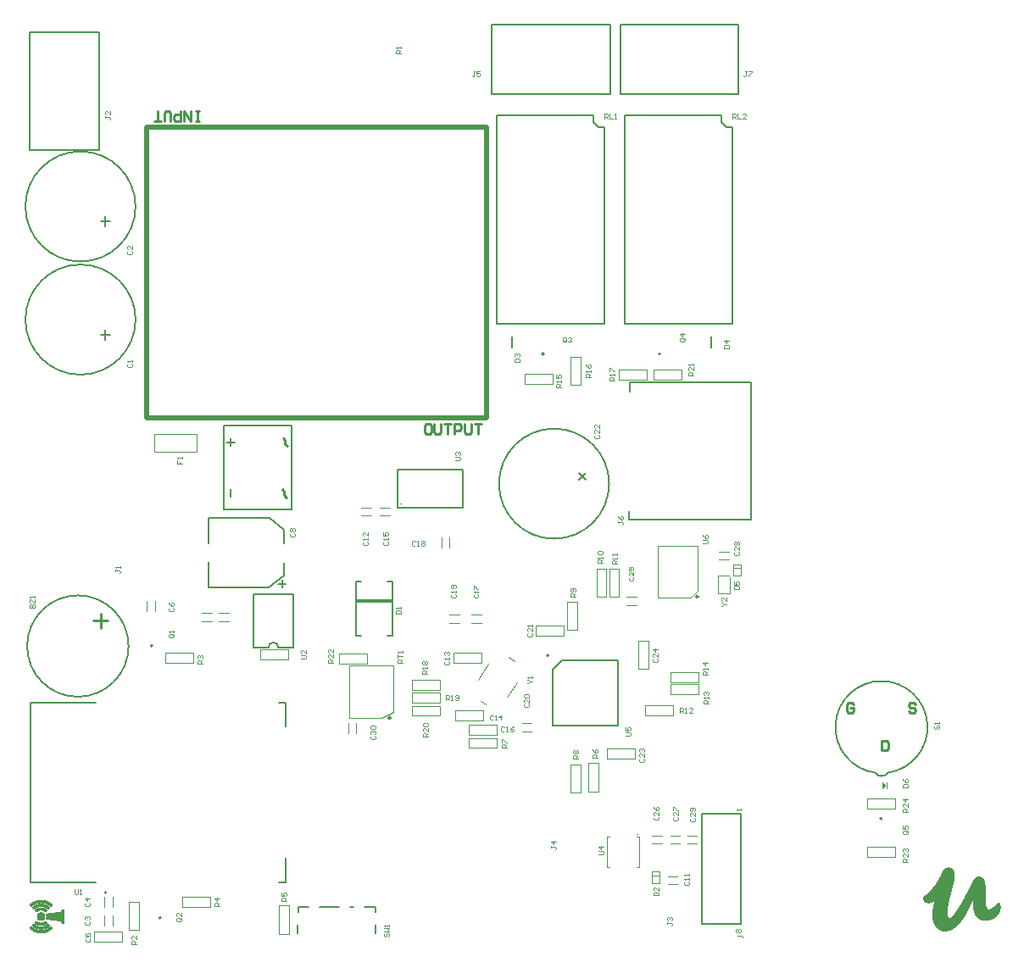
<source format=gto>
G04*
G04 #@! TF.GenerationSoftware,Altium Limited,Altium Designer,24.2.2 (26)*
G04*
G04 Layer_Color=65535*
%FSLAX25Y25*%
%MOIN*%
G70*
G04*
G04 #@! TF.SameCoordinates,F296BD43-7A1A-4B5F-AFD2-8FBC70BB071E*
G04*
G04*
G04 #@! TF.FilePolarity,Positive*
G04*
G01*
G75*
%ADD10C,0.00787*%
%ADD11C,0.00827*%
%ADD12C,0.00984*%
%ADD13C,0.00315*%
%ADD14C,0.00197*%
%ADD15C,0.00394*%
%ADD16C,0.00059*%
%ADD17C,0.00500*%
%ADD18C,0.00069*%
%ADD19C,0.01968*%
%ADD20C,0.01000*%
%ADD21R,0.00787X0.05118*%
%ADD22R,0.02717X0.00236*%
%ADD23R,0.14173X0.01181*%
G36*
X340184Y65674D02*
X338610Y64099D01*
Y67249D01*
X340184Y65674D01*
D02*
G37*
D10*
X340821Y70679D02*
G03*
X335746Y70679I-2538J17927D01*
G01*
D02*
G03*
X340819Y70693I2532J1703D01*
G01*
X231192Y184334D02*
G03*
X231192Y184334I-21654J0D01*
G01*
X207499Y116778D02*
G03*
X207499Y116778I-394J0D01*
G01*
X33509Y23553D02*
G03*
X33509Y23553I-394J0D01*
G01*
X242429Y46374D02*
G03*
X242429Y46374I-39J0D01*
G01*
X149477Y176376D02*
G03*
X149477Y176376I-240J0D01*
G01*
X101147Y119944D02*
G03*
X97210Y119944I-1969J0D01*
G01*
X42218Y120474D02*
G03*
X42218Y120474I-19940J0D01*
G01*
X44961Y293347D02*
G03*
X44961Y293347I-21654J0D01*
G01*
Y248858D02*
G03*
X44961Y248858I-21654J0D01*
G01*
X73518Y143473D02*
Y153473D01*
Y143473D02*
X97220D01*
X103321Y148368D01*
Y153198D01*
X101038Y145009D02*
X103991D01*
X102573Y143552D02*
Y146505D01*
X73518Y160875D02*
Y170875D01*
X97552D01*
X103321Y166246D01*
Y161032D02*
Y166246D01*
X219282Y188510D02*
X222066Y185726D01*
X219282Y185726D02*
X222066Y188510D01*
X187087Y247284D02*
X229213D01*
X187087D02*
Y329173D01*
X224882D01*
X229213Y247284D02*
Y324449D01*
X226850D02*
X229213D01*
X224882Y326417D02*
X226850Y324449D01*
X224882Y326417D02*
Y329173D01*
X237480Y247284D02*
X279606D01*
X237480D02*
Y329173D01*
X275276D01*
X279606Y247284D02*
Y324449D01*
X277244D02*
X279606D01*
X275276Y326417D02*
X277244Y324449D01*
X275276Y326417D02*
Y329173D01*
X209073Y89219D02*
X234664D01*
Y114809D01*
X212617D02*
X234664D01*
X209073Y111266D02*
X212617Y114809D01*
X209073Y89219D02*
Y111266D01*
X109138Y17885D02*
X113075D01*
X109138Y15917D02*
Y17885D01*
X108744Y7649D02*
Y10799D01*
X117406Y17885D02*
X124886D01*
X129217D02*
X130792D01*
X135122D02*
X139453D01*
Y15917D02*
Y17885D01*
Y7649D02*
Y10799D01*
X148017Y174998D02*
Y189958D01*
Y174998D02*
X173608D01*
Y189958D01*
X148017D02*
X173608D01*
X267799Y54568D02*
X283154D01*
X267799Y11260D02*
Y54568D01*
Y11260D02*
X283154D01*
Y54568D01*
X131752Y145894D02*
X133721D01*
X131752Y124634D02*
Y145894D01*
Y124634D02*
X133721D01*
X143957D02*
X145925D01*
Y145894D01*
X143957D02*
X145925D01*
X82362Y179173D02*
Y182323D01*
Y199055D02*
Y202205D01*
X80787Y200630D02*
X83937D01*
X79606Y174055D02*
X106378D01*
Y207126D01*
X79606D02*
X106378D01*
X79606Y174055D02*
Y207126D01*
X101147Y119944D02*
X107053D01*
X91305D02*
X97210D01*
X91305D02*
Y140810D01*
X107053Y119944D02*
Y140810D01*
X91305D02*
X107053D01*
X239055Y170118D02*
Y173661D01*
Y170118D02*
X287087D01*
Y224055D01*
X239449D02*
X287087D01*
X239449Y220512D02*
Y224055D01*
X30787Y315551D02*
Y362008D01*
X3228D02*
X30787D01*
X3228Y315551D02*
Y362008D01*
Y315551D02*
X4409D01*
X30787D01*
X33150Y285472D02*
Y289409D01*
X31181Y287441D02*
X35118D01*
X33150Y240984D02*
Y244921D01*
X31181Y242953D02*
X35118D01*
X235512Y337441D02*
Y363819D01*
Y365000D01*
X281968D01*
Y337441D02*
Y365000D01*
X235512Y337441D02*
X281968D01*
X185118D02*
Y363819D01*
Y365000D01*
X231575D01*
Y337441D02*
Y365000D01*
X185118Y337441D02*
X231575D01*
D11*
X338416Y52611D02*
G03*
X338416Y52611I-394J0D01*
G01*
X251475Y235366D02*
G03*
X251475Y235366I-394J0D01*
G01*
X205565D02*
G03*
X205565Y235366I-394J0D01*
G01*
X54950Y13647D02*
G03*
X54950Y13647I-394J0D01*
G01*
X51660Y120637D02*
G03*
X51660Y120637I-394J0D01*
G01*
D12*
X266153Y139931D02*
G03*
X266153Y139931I-394J0D01*
G01*
X145236Y92298D02*
G03*
X145236Y92298I-394J0D01*
G01*
X31268Y127480D02*
Y133228D01*
X28342Y130395D02*
X34090D01*
X69961Y327009D02*
X68649D01*
X69305D01*
Y330945D01*
X69961D01*
X68649D01*
X66681D02*
Y327009D01*
X64057Y330945D01*
Y327009D01*
X62745Y330945D02*
Y327009D01*
X60777D01*
X60122Y327665D01*
Y328977D01*
X60777Y329633D01*
X62745D01*
X58810Y327009D02*
Y330289D01*
X58154Y330945D01*
X56842D01*
X56186Y330289D01*
Y327009D01*
X54874D02*
X52250D01*
X53562D01*
Y330945D01*
X160511Y207715D02*
X159199D01*
X158543Y207059D01*
Y204435D01*
X159199Y203780D01*
X160511D01*
X161167Y204435D01*
Y207059D01*
X160511Y207715D01*
X162479D02*
Y204435D01*
X163135Y203780D01*
X164447D01*
X165103Y204435D01*
Y207715D01*
X166415D02*
X169039D01*
X167727D01*
Y203780D01*
X170351D02*
Y207715D01*
X172318D01*
X172974Y207059D01*
Y205747D01*
X172318Y205091D01*
X170351D01*
X174286Y207715D02*
Y204435D01*
X174942Y203780D01*
X176254D01*
X176910Y204435D01*
Y207715D01*
X178222D02*
X180846D01*
X179534D01*
Y203780D01*
D13*
X191165Y100343D02*
G03*
X191165Y100343I-138J0D01*
G01*
D14*
X278668Y148139D02*
G03*
X278668Y148139I-6J0D01*
G01*
X274095Y141209D02*
Y148139D01*
Y141209D02*
X278662D01*
Y147705D01*
X274095Y148139D02*
X278229D01*
X282917Y148169D02*
Y152539D01*
X280161Y148169D02*
X282917D01*
X280161D02*
Y152539D01*
X282917D01*
X250917Y27369D02*
Y31739D01*
X248161Y27369D02*
X250917D01*
X248161D02*
Y31739D01*
X250917D01*
D15*
X340184Y64493D02*
Y66855D01*
X332748Y56455D02*
X343771D01*
X332748D02*
Y60392D01*
X343771D01*
Y56455D02*
Y60392D01*
X332756Y41392D02*
X343780D01*
Y37455D02*
Y41392D01*
X332756Y37455D02*
X343780D01*
X332756D02*
Y41392D01*
X250405Y139538D02*
Y160010D01*
X266153D01*
Y142294D02*
Y160010D01*
X263397Y139538D02*
X266153Y142294D01*
X250405Y139538D02*
X263397D01*
X254210Y29949D02*
X258147D01*
X254210Y26799D02*
X258147D01*
X196860Y86899D02*
X200797D01*
X196860Y90049D02*
X200797D01*
X179586Y107303D02*
X183660Y113577D01*
X191656Y116130D02*
X193967Y114629D01*
X180506Y98960D02*
X182817Y97460D01*
X191456Y101003D02*
X194887Y106286D01*
X124967Y113706D02*
Y117642D01*
Y113706D02*
X135991D01*
Y117642D01*
X124967D02*
X135991D01*
X153727Y103284D02*
Y107221D01*
Y103284D02*
X164751D01*
Y107221D01*
X153727D02*
X164751D01*
X175967Y80405D02*
Y84342D01*
Y80405D02*
X186991D01*
Y84342D01*
X175967D02*
X186991D01*
X176017Y85606D02*
Y89543D01*
Y85606D02*
X187041D01*
Y89543D01*
X176017D02*
X187041D01*
X153727Y98166D02*
Y102102D01*
Y98166D02*
X164751D01*
Y102102D01*
X153727D02*
X164751D01*
X153727Y93047D02*
Y96984D01*
Y93047D02*
X164751D01*
Y96984D01*
X153727D02*
X164751D01*
X170567Y91106D02*
Y95043D01*
Y91106D02*
X181591Y91106D01*
Y95043D01*
X170567Y95043D02*
X181591Y95043D01*
X170117Y114005D02*
Y117943D01*
Y114005D02*
X181141Y114005D01*
Y117943D01*
X170117Y117943D02*
X181141Y117943D01*
X168310Y129599D02*
X172247D01*
X168310Y132749D02*
X172247D01*
X202467Y128443D02*
X213491D01*
Y124505D02*
Y128443D01*
X202467Y124505D02*
X213491D01*
X202467D02*
Y128443D01*
X214610Y137886D02*
X218547D01*
X214610Y126862D02*
Y137886D01*
Y126862D02*
X218547D01*
Y137886D01*
X237910Y139849D02*
X241847D01*
X237910Y136699D02*
X241847D01*
X230147Y139762D02*
Y150786D01*
X226210Y139762D02*
X230147D01*
X226210D02*
Y150786D01*
X230147D01*
X231210D02*
X235147D01*
X231210Y139762D02*
Y150786D01*
Y139762D02*
X235147D01*
Y150786D01*
X242114Y45390D02*
X243020D01*
Y33619D02*
Y45390D01*
X242114Y33619D02*
X243020D01*
X230461Y45430D02*
X231445D01*
X230461Y33658D02*
Y45430D01*
Y33658D02*
X231445D01*
X274410Y154439D02*
X278347D01*
X274410Y157589D02*
X278347D01*
X246547Y111512D02*
Y122536D01*
X242610Y111512D02*
X246547D01*
X242610D02*
Y122536D01*
X246547D01*
X255267Y101622D02*
Y105559D01*
Y101622D02*
X266290D01*
Y105559D01*
X255267D02*
X266290D01*
X255267Y106346D02*
Y110284D01*
Y106346D02*
X266290D01*
Y110284D01*
X255267D02*
X266290D01*
X245217Y93205D02*
Y97142D01*
Y93205D02*
X256241D01*
Y97142D01*
X245217D02*
X256241D01*
X241390Y76306D02*
Y80243D01*
X230367D02*
X241390D01*
X230367Y76306D02*
Y80243D01*
Y76306D02*
X241390D01*
X223110Y74386D02*
X227047D01*
X223110Y63362D02*
Y74386D01*
Y63362D02*
X227047D01*
Y74386D01*
X216110Y73886D02*
X220047D01*
X216110Y62862D02*
Y73886D01*
Y62862D02*
X220047D01*
Y73886D01*
X261888Y45891D02*
X265825D01*
X261888Y42742D02*
X265825D01*
X255195Y45891D02*
X259132D01*
X255195Y42742D02*
X259132D01*
X248108Y45891D02*
X252045D01*
X248108Y42742D02*
X252045D01*
X105347Y7362D02*
Y18386D01*
X101410Y7362D02*
X105347D01*
X101410D02*
Y18386D01*
X105347D01*
X141693Y92298D02*
X146417Y94660D01*
X129095Y92298D02*
X141693D01*
X146417Y94660D02*
Y112770D01*
X129095D02*
X146417D01*
X129095Y92298D02*
Y112770D01*
X131694Y86106D02*
Y90043D01*
X128544Y86106D02*
Y90043D01*
X235078Y225336D02*
Y229273D01*
Y225336D02*
X246102D01*
Y229273D01*
X235078D02*
X246102D01*
X248567Y225306D02*
Y229242D01*
Y225306D02*
X259591D01*
Y229242D01*
X248567D02*
X259591D01*
X28807Y8202D02*
X39830D01*
Y4265D02*
Y8202D01*
X28807Y4265D02*
X39830D01*
X28807D02*
Y8202D01*
X35913Y10635D02*
Y14572D01*
X32764Y10635D02*
Y14572D01*
X35913Y17935D02*
Y21872D01*
X32764Y17935D02*
Y21872D01*
X94067Y115206D02*
X105091D01*
X94067D02*
Y119142D01*
X105091D01*
Y115206D02*
Y119142D01*
X71117Y133389D02*
X75054D01*
X71117Y130239D02*
X75054D01*
X77810Y133389D02*
X81747D01*
X77810Y130239D02*
X81747D01*
X67590Y113906D02*
Y117842D01*
X56567D02*
X67590D01*
X56567Y113906D02*
Y117842D01*
Y113906D02*
X67590D01*
X74291Y17986D02*
Y21923D01*
X63267D02*
X74291D01*
X63267Y17986D02*
Y21923D01*
Y17986D02*
X74291D01*
X216140Y223302D02*
Y234326D01*
X220077D01*
Y223302D02*
Y234326D01*
X216140Y223302D02*
X220077D01*
X198067Y223605D02*
Y227542D01*
Y223605D02*
X209090D01*
Y227542D01*
X198067D02*
X209090D01*
X141128Y174949D02*
X145065D01*
X141128Y171799D02*
X145065D01*
X133710Y174949D02*
X137647D01*
X133710Y171799D02*
X137647D01*
X168394Y159166D02*
Y163102D01*
X165244Y159166D02*
Y163102D01*
X177141Y129599D02*
X181078D01*
X177141Y132749D02*
X181078D01*
X68846Y196831D02*
Y203917D01*
X52311D02*
X68846D01*
X52311Y196831D02*
Y203917D01*
Y196831D02*
X68846D01*
X42400Y8722D02*
Y19746D01*
X46337D01*
Y8722D02*
Y19746D01*
X42400Y8722D02*
X46337D01*
X49404Y134106D02*
Y138042D01*
X52553Y134106D02*
Y138042D01*
X359254Y89324D02*
X358926Y88996D01*
Y88340D01*
X359254Y88012D01*
X359581D01*
X359909Y88340D01*
Y88996D01*
X360237Y89324D01*
X360565D01*
X360893Y88996D01*
Y88340D01*
X360565Y88012D01*
X360893Y89980D02*
Y90636D01*
Y90308D01*
X358926D01*
X359254Y89980D01*
X346726Y64984D02*
X348693D01*
Y65968D01*
X348365Y66296D01*
X347054D01*
X346726Y65968D01*
Y64984D01*
Y68264D02*
X347054Y67608D01*
X347709Y66952D01*
X348365D01*
X348693Y67280D01*
Y67936D01*
X348365Y68264D01*
X348037D01*
X347709Y67936D01*
Y66952D01*
X348693Y55150D02*
X346726D01*
Y56134D01*
X347054Y56462D01*
X347709D01*
X348037Y56134D01*
Y55150D01*
Y55806D02*
X348693Y56462D01*
Y58430D02*
Y57118D01*
X347381Y58430D01*
X347054D01*
X346726Y58102D01*
Y57446D01*
X347054Y57118D01*
X348693Y60070D02*
X346726D01*
X347709Y59086D01*
Y60398D01*
X348365Y47846D02*
X347054D01*
X346726Y47518D01*
Y46862D01*
X347054Y46534D01*
X348365D01*
X348693Y46862D01*
Y47518D01*
X348037Y47190D02*
X348693Y47846D01*
Y47518D02*
X348365Y47846D01*
X346726Y49814D02*
Y48502D01*
X347709D01*
X347381Y49158D01*
Y49486D01*
X347709Y49814D01*
X348365D01*
X348693Y49486D01*
Y48830D01*
X348365Y48502D01*
X348693Y35500D02*
X346726D01*
Y36484D01*
X347054Y36812D01*
X347709D01*
X348037Y36484D01*
Y35500D01*
Y36156D02*
X348693Y36812D01*
Y38780D02*
Y37468D01*
X347381Y38780D01*
X347054D01*
X346726Y38452D01*
Y37796D01*
X347054Y37468D01*
Y39436D02*
X346726Y39764D01*
Y40420D01*
X347054Y40748D01*
X347381D01*
X347709Y40420D01*
Y40092D01*
Y40420D01*
X348037Y40748D01*
X348365D01*
X348693Y40420D01*
Y39764D01*
X348365Y39436D01*
X283154Y55749D02*
Y56405D01*
Y56077D01*
X281186D01*
X281514Y55749D01*
X253894Y11751D02*
Y11095D01*
Y11423D01*
X255534D01*
X255862Y11095D01*
Y10767D01*
X255534Y10439D01*
X254222Y12407D02*
X253894Y12734D01*
Y13390D01*
X254222Y13719D01*
X254550D01*
X254878Y13390D01*
Y13062D01*
Y13390D01*
X255206Y13719D01*
X255534D01*
X255862Y13390D01*
Y12734D01*
X255534Y12407D01*
X283691Y5984D02*
Y6312D01*
X283363Y6640D01*
X281723D01*
X281395Y7952D02*
X281067Y8280D01*
Y8936D01*
X281395Y9264D01*
X281723D01*
X282051Y8936D01*
X282379Y9264D01*
X282707D01*
X283035Y8936D01*
Y8280D01*
X282707Y7952D01*
X282379D01*
X282051Y8280D01*
X281723Y7952D01*
X281395D01*
X282051Y8280D02*
Y8936D01*
X25373Y19596D02*
X25045Y19268D01*
Y18612D01*
X25373Y18284D01*
X26685D01*
X27013Y18612D01*
Y19268D01*
X26685Y19596D01*
X27013Y21236D02*
X25045D01*
X26029Y20252D01*
Y21564D01*
X25523Y5646D02*
X25195Y5318D01*
Y4662D01*
X25523Y4334D01*
X26835D01*
X27163Y4662D01*
Y5318D01*
X26835Y5646D01*
X25195Y7614D02*
Y6302D01*
X26179D01*
X25851Y6958D01*
Y7286D01*
X26179Y7614D01*
X26835D01*
X27163Y7286D01*
Y6630D01*
X26835Y6302D01*
X25473Y12196D02*
X25145Y11868D01*
Y11212D01*
X25473Y10884D01*
X26785D01*
X27113Y11212D01*
Y11868D01*
X26785Y12196D01*
X25473Y12852D02*
X25145Y13180D01*
Y13836D01*
X25473Y14164D01*
X25801D01*
X26129Y13836D01*
Y13508D01*
Y13836D01*
X26457Y14164D01*
X26785D01*
X27113Y13836D01*
Y13180D01*
X26785Y12852D01*
X198945Y105812D02*
X199273D01*
X199929Y106468D01*
X199273Y107124D01*
X198945D01*
X199929Y106468D02*
X200913D01*
Y107780D02*
Y108436D01*
Y108108D01*
X198945D01*
X199273Y107780D01*
X275295Y136284D02*
X275623D01*
X276279Y136940D01*
X275623Y137596D01*
X275295D01*
X276279Y136940D02*
X277263D01*
Y139564D02*
Y138252D01*
X275951Y139564D01*
X275623D01*
X275295Y139236D01*
Y138580D01*
X275623Y138252D01*
X20893Y24803D02*
Y23163D01*
X21221Y22835D01*
X21877D01*
X22205Y23163D01*
Y24803D01*
X22861Y22835D02*
X23517D01*
X23189D01*
Y24803D01*
X22861Y24475D01*
X237695Y85234D02*
X239335D01*
X239663Y85562D01*
Y86218D01*
X239335Y86546D01*
X237695D01*
Y88514D02*
Y87202D01*
X238679D01*
X238351Y87858D01*
Y88186D01*
X238679Y88514D01*
X239335D01*
X239663Y88186D01*
Y87530D01*
X239335Y87202D01*
X267945Y160984D02*
X269585D01*
X269913Y161312D01*
Y161968D01*
X269585Y162296D01*
X267945D01*
Y164264D02*
X268273Y163608D01*
X268929Y162952D01*
X269585D01*
X269913Y163280D01*
Y163936D01*
X269585Y164264D01*
X269257D01*
X268929Y163936D01*
Y162952D01*
X227095Y38434D02*
X228735D01*
X229063Y38762D01*
Y39418D01*
X228735Y39746D01*
X227095D01*
X229063Y41386D02*
X227095D01*
X228079Y40402D01*
Y41714D01*
X170795Y193584D02*
X172435D01*
X172763Y193912D01*
Y194568D01*
X172435Y194896D01*
X170795D01*
X171123Y195552D02*
X170795Y195880D01*
Y196536D01*
X171123Y196864D01*
X171451D01*
X171779Y196536D01*
Y196208D01*
Y196536D01*
X172107Y196864D01*
X172435D01*
X172763Y196536D01*
Y195880D01*
X172435Y195552D01*
X110006Y115534D02*
X111646D01*
X111974Y115862D01*
Y116518D01*
X111646Y116846D01*
X110006D01*
X111974Y118814D02*
Y117502D01*
X110662Y118814D01*
X110334D01*
X110006Y118486D01*
Y117830D01*
X110334Y117502D01*
X143123Y7590D02*
X142795Y7262D01*
Y6606D01*
X143123Y6278D01*
X143451D01*
X143779Y6606D01*
Y7262D01*
X144107Y7590D01*
X144435D01*
X144763Y7262D01*
Y6606D01*
X144435Y6278D01*
X142795Y8246D02*
X144763D01*
X144107Y8902D01*
X144763Y9558D01*
X142795D01*
X144763Y10214D02*
Y10870D01*
Y10542D01*
X142795D01*
X143123Y10214D01*
X150013Y113878D02*
X148045D01*
Y114862D01*
X148373Y115190D01*
X149029D01*
X149357Y114862D01*
Y113878D01*
Y114534D02*
X150013Y115190D01*
X148045Y115846D02*
Y117158D01*
Y116502D01*
X150013D01*
Y117814D02*
Y118470D01*
Y118142D01*
X148045D01*
X148373Y117814D01*
X279605Y327990D02*
Y329958D01*
X280589D01*
X280917Y329630D01*
Y328974D01*
X280589Y328646D01*
X279605D01*
X280261D02*
X280917Y327990D01*
X281573Y329958D02*
Y327990D01*
X282885D01*
X284853D02*
X283541D01*
X284853Y329302D01*
Y329630D01*
X284525Y329958D01*
X283869D01*
X283541Y329630D01*
X229283Y327990D02*
Y329958D01*
X230267D01*
X230595Y329630D01*
Y328974D01*
X230267Y328646D01*
X229283D01*
X229939D02*
X230595Y327990D01*
X231251Y329958D02*
Y327990D01*
X232563D01*
X233219D02*
X233875D01*
X233547D01*
Y329958D01*
X233219Y329630D01*
X77913Y18234D02*
X75945D01*
Y19218D01*
X76273Y19546D01*
X76929D01*
X77257Y19218D01*
Y18234D01*
Y18890D02*
X77913Y19546D01*
Y21186D02*
X75945D01*
X76929Y20202D01*
Y21514D01*
X45263Y3134D02*
X43295D01*
Y4118D01*
X43623Y4446D01*
X44279D01*
X44607Y4118D01*
Y3134D01*
Y3790D02*
X45263Y4446D01*
Y6414D02*
Y5102D01*
X43951Y6414D01*
X43623D01*
X43295Y6086D01*
Y5430D01*
X43623Y5102D01*
X71213Y113684D02*
X69245D01*
Y114668D01*
X69573Y114996D01*
X70229D01*
X70557Y114668D01*
Y113684D01*
Y114340D02*
X71213Y114996D01*
X69573Y115652D02*
X69245Y115980D01*
Y116636D01*
X69573Y116964D01*
X69901D01*
X70229Y116636D01*
Y116308D01*
Y116636D01*
X70557Y116964D01*
X70885D01*
X71213Y116636D01*
Y115980D01*
X70885Y115652D01*
X166969Y99290D02*
Y101258D01*
X167953D01*
X168281Y100930D01*
Y100274D01*
X167953Y99946D01*
X166969D01*
X167625D02*
X168281Y99290D01*
X168937D02*
X169593D01*
X169265D01*
Y101258D01*
X168937Y100930D01*
X170577Y99618D02*
X170905Y99290D01*
X171561D01*
X171889Y99618D01*
Y100930D01*
X171561Y101258D01*
X170905D01*
X170577Y100930D01*
Y100602D01*
X170905Y100274D01*
X171889D01*
X159763Y109664D02*
X157795D01*
Y110648D01*
X158123Y110976D01*
X158779D01*
X159107Y110648D01*
Y109664D01*
Y110320D02*
X159763Y110976D01*
Y111632D02*
Y112288D01*
Y111960D01*
X157795D01*
X158123Y111632D01*
Y113272D02*
X157795Y113600D01*
Y114256D01*
X158123Y114584D01*
X158451D01*
X158779Y114256D01*
X159107Y114584D01*
X159435D01*
X159763Y114256D01*
Y113600D01*
X159435Y113272D01*
X159107D01*
X158779Y113600D01*
X158451Y113272D01*
X158123D01*
X158779Y113600D02*
Y114256D01*
X122613Y113850D02*
X120645D01*
Y114834D01*
X120973Y115162D01*
X121629D01*
X121957Y114834D01*
Y113850D01*
Y114506D02*
X122613Y115162D01*
Y117130D02*
Y115818D01*
X121301Y117130D01*
X120973D01*
X120645Y116802D01*
Y116146D01*
X120973Y115818D01*
X122613Y119098D02*
Y117786D01*
X121301Y119098D01*
X120973D01*
X120645Y118770D01*
Y118114D01*
X120973Y117786D01*
X159963Y84800D02*
X157995D01*
Y85784D01*
X158323Y86112D01*
X158979D01*
X159307Y85784D01*
Y84800D01*
Y85456D02*
X159963Y86112D01*
Y88080D02*
Y86768D01*
X158651Y88080D01*
X158323D01*
X157995Y87752D01*
Y87096D01*
X158323Y86768D01*
Y88736D02*
X157995Y89064D01*
Y89720D01*
X158323Y90048D01*
X159635D01*
X159963Y89720D01*
Y89064D01*
X159635Y88736D01*
X158323D01*
X259119Y94090D02*
Y96058D01*
X260103D01*
X260431Y95730D01*
Y95074D01*
X260103Y94746D01*
X259119D01*
X259775D02*
X260431Y94090D01*
X261087D02*
X261743D01*
X261415D01*
Y96058D01*
X261087Y95730D01*
X264039Y94090D02*
X262727D01*
X264039Y95402D01*
Y95730D01*
X263711Y96058D01*
X263055D01*
X262727Y95730D01*
X217863Y139834D02*
X215895D01*
Y140818D01*
X216223Y141146D01*
X216879D01*
X217207Y140818D01*
Y139834D01*
Y140490D02*
X217863Y141146D01*
X217535Y141802D02*
X217863Y142130D01*
Y142786D01*
X217535Y143114D01*
X216223D01*
X215895Y142786D01*
Y142130D01*
X216223Y141802D01*
X216551D01*
X216879Y142130D01*
Y143114D01*
X191013Y80584D02*
X189045D01*
Y81568D01*
X189373Y81896D01*
X190029D01*
X190357Y81568D01*
Y80584D01*
Y81240D02*
X191013Y81896D01*
X189045Y82552D02*
Y83864D01*
X189373D01*
X190685Y82552D01*
X191013D01*
X219113Y76184D02*
X217145D01*
Y77168D01*
X217473Y77496D01*
X218129D01*
X218457Y77168D01*
Y76184D01*
Y76840D02*
X219113Y77496D01*
X217473Y78152D02*
X217145Y78480D01*
Y79136D01*
X217473Y79464D01*
X217801D01*
X218129Y79136D01*
X218457Y79464D01*
X218785D01*
X219113Y79136D01*
Y78480D01*
X218785Y78152D01*
X218457D01*
X218129Y78480D01*
X217801Y78152D01*
X217473D01*
X218129Y78480D02*
Y79136D01*
X269963Y109164D02*
X267995D01*
Y110148D01*
X268323Y110476D01*
X268979D01*
X269307Y110148D01*
Y109164D01*
Y109820D02*
X269963Y110476D01*
Y111132D02*
Y111788D01*
Y111460D01*
X267995D01*
X268323Y111132D01*
X269963Y113756D02*
X267995D01*
X268979Y112772D01*
Y114084D01*
X270263Y97764D02*
X268295D01*
Y98748D01*
X268623Y99076D01*
X269279D01*
X269607Y98748D01*
Y97764D01*
Y98420D02*
X270263Y99076D01*
Y99732D02*
Y100388D01*
Y100060D01*
X268295D01*
X268623Y99732D01*
Y101372D02*
X268295Y101700D01*
Y102356D01*
X268623Y102684D01*
X268951D01*
X269279Y102356D01*
Y102028D01*
Y102356D01*
X269607Y102684D01*
X269935D01*
X270263Y102356D01*
Y101700D01*
X269935Y101372D01*
X234213Y152742D02*
X232245D01*
Y153726D01*
X232573Y154054D01*
X233229D01*
X233557Y153726D01*
Y152742D01*
Y153398D02*
X234213Y154054D01*
Y154710D02*
Y155366D01*
Y155038D01*
X232245D01*
X232573Y154710D01*
X234213Y156350D02*
Y157006D01*
Y156678D01*
X232245D01*
X232573Y156350D01*
X228617Y153063D02*
X226649D01*
Y154047D01*
X226977Y154375D01*
X227633D01*
X227961Y154047D01*
Y153063D01*
Y153719D02*
X228617Y154375D01*
Y155031D02*
Y155687D01*
Y155359D01*
X226649D01*
X226977Y155031D01*
Y156671D02*
X226649Y156999D01*
Y157655D01*
X226977Y157983D01*
X228289D01*
X228617Y157655D01*
Y156999D01*
X228289Y156671D01*
X226977D01*
X226593Y76653D02*
X224625D01*
Y77637D01*
X224953Y77965D01*
X225609D01*
X225937Y77637D01*
Y76653D01*
Y77309D02*
X226593Y77965D01*
X224625Y79933D02*
X224953Y79277D01*
X225609Y78621D01*
X226265D01*
X226593Y78949D01*
Y79605D01*
X226265Y79933D01*
X225937D01*
X225609Y79605D01*
Y78621D01*
X104413Y20134D02*
X102445D01*
Y21118D01*
X102773Y21446D01*
X103429D01*
X103757Y21118D01*
Y20134D01*
Y20790D02*
X104413Y21446D01*
X102445Y23414D02*
Y22102D01*
X103429D01*
X103101Y22758D01*
Y23086D01*
X103429Y23414D01*
X104085D01*
X104413Y23086D01*
Y22430D01*
X104085Y22102D01*
X264463Y226928D02*
X262495D01*
Y227912D01*
X262823Y228240D01*
X263479D01*
X263807Y227912D01*
Y226928D01*
Y227584D02*
X264463Y228240D01*
Y230208D02*
Y228896D01*
X263151Y230208D01*
X262823D01*
X262495Y229880D01*
Y229224D01*
X262823Y228896D01*
X264463Y230864D02*
Y231520D01*
Y231192D01*
X262495D01*
X262823Y230864D01*
X223913Y226264D02*
X221945D01*
Y227248D01*
X222273Y227576D01*
X222929D01*
X223257Y227248D01*
Y226264D01*
Y226920D02*
X223913Y227576D01*
Y228232D02*
Y228888D01*
Y228560D01*
X221945D01*
X222273Y228232D01*
X221945Y231184D02*
X222273Y230528D01*
X222929Y229872D01*
X223585D01*
X223913Y230200D01*
Y230856D01*
X223585Y231184D01*
X223257D01*
X222929Y230856D01*
Y229872D01*
X233363Y224864D02*
X231395D01*
Y225848D01*
X231723Y226176D01*
X232379D01*
X232707Y225848D01*
Y224864D01*
Y225520D02*
X233363Y226176D01*
Y226832D02*
Y227488D01*
Y227160D01*
X231395D01*
X231723Y226832D01*
X231395Y228472D02*
Y229784D01*
X231723D01*
X233035Y228472D01*
X233363D01*
X212463Y222364D02*
X210495D01*
Y223348D01*
X210823Y223676D01*
X211479D01*
X211807Y223348D01*
Y222364D01*
Y223020D02*
X212463Y223676D01*
Y224332D02*
Y224988D01*
Y224660D01*
X210495D01*
X210823Y224332D01*
X210495Y227284D02*
Y225972D01*
X211479D01*
X211151Y226628D01*
Y226956D01*
X211479Y227284D01*
X212135D01*
X212463Y226956D01*
Y226300D01*
X212135Y225972D01*
X149263Y353462D02*
X147295D01*
Y354446D01*
X147623Y354774D01*
X148279D01*
X148607Y354446D01*
Y353462D01*
Y354118D02*
X149263Y354774D01*
Y355430D02*
Y356086D01*
Y355758D01*
X147295D01*
X147623Y355430D01*
X62585Y13546D02*
X61273D01*
X60945Y13218D01*
Y12562D01*
X61273Y12234D01*
X62585D01*
X62913Y12562D01*
Y13218D01*
X62257Y12890D02*
X62913Y13546D01*
Y13218D02*
X62585Y13546D01*
X62913Y15514D02*
Y14202D01*
X61601Y15514D01*
X61273D01*
X60945Y15186D01*
Y14530D01*
X61273Y14202D01*
X59685Y125074D02*
X58373D01*
X58045Y124746D01*
Y124090D01*
X58373Y123762D01*
X59685D01*
X60013Y124090D01*
Y124746D01*
X59357Y124418D02*
X60013Y125074D01*
Y124746D02*
X59685Y125074D01*
X60013Y125730D02*
Y126386D01*
Y126058D01*
X58045D01*
X58373Y125730D01*
X260635Y241546D02*
X259323D01*
X258995Y241218D01*
Y240562D01*
X259323Y240234D01*
X260635D01*
X260963Y240562D01*
Y241218D01*
X260307Y240890D02*
X260963Y241546D01*
Y241218D02*
X260635Y241546D01*
X260963Y243186D02*
X258995D01*
X259979Y242202D01*
Y243514D01*
X214351Y240368D02*
Y241680D01*
X214023Y242008D01*
X213367D01*
X213039Y241680D01*
Y240368D01*
X213367Y240040D01*
X214023D01*
X213695Y240696D02*
X214351Y240040D01*
X214023D02*
X214351Y240368D01*
X215007Y241680D02*
X215335Y242008D01*
X215991D01*
X216319Y241680D01*
Y241352D01*
X215991Y241024D01*
X215663D01*
X215991D01*
X216319Y240696D01*
Y240368D01*
X215991Y240040D01*
X215335D01*
X215007Y240368D01*
X234645Y169546D02*
Y168890D01*
Y169218D01*
X236285D01*
X236613Y168890D01*
Y168562D01*
X236285Y168234D01*
X234645Y171514D02*
X234973Y170858D01*
X235629Y170202D01*
X236285D01*
X236613Y170530D01*
Y171186D01*
X236285Y171514D01*
X235957D01*
X235629Y171186D01*
Y170202D01*
X285251Y346558D02*
X284595D01*
X284923D01*
Y344918D01*
X284595Y344590D01*
X284267D01*
X283939Y344918D01*
X285907Y346558D02*
X287219D01*
Y346230D01*
X285907Y344918D01*
Y344590D01*
X178491Y346558D02*
X177835D01*
X178163D01*
Y344918D01*
X177835Y344590D01*
X177507D01*
X177179Y344918D01*
X180459Y346558D02*
X179147D01*
Y345574D01*
X179803Y345902D01*
X180131D01*
X180459Y345574D01*
Y344918D01*
X180131Y344590D01*
X179475D01*
X179147Y344918D01*
X208245Y41846D02*
Y41190D01*
Y41518D01*
X209885D01*
X210213Y41190D01*
Y40862D01*
X209885Y40534D01*
X210213Y43486D02*
X208245D01*
X209229Y42502D01*
Y43814D01*
X37045Y150524D02*
Y149868D01*
Y150196D01*
X38685D01*
X39013Y149868D01*
Y149540D01*
X38685Y149212D01*
X39013Y151180D02*
Y151836D01*
Y151508D01*
X37045D01*
X37373Y151180D01*
X33045Y328796D02*
Y328140D01*
Y328468D01*
X34685D01*
X35013Y328140D01*
Y327812D01*
X34685Y327484D01*
X35013Y330764D02*
Y329452D01*
X33701Y330764D01*
X33373D01*
X33045Y330436D01*
Y329780D01*
X33373Y329452D01*
X61395Y193474D02*
Y192162D01*
X62379D01*
Y192818D01*
Y192162D01*
X63363D01*
Y194130D02*
Y194786D01*
Y194458D01*
X61395D01*
X61723Y194130D01*
X280495Y142734D02*
X282463D01*
Y143718D01*
X282135Y144046D01*
X280823D01*
X280495Y143718D01*
Y142734D01*
Y146014D02*
Y144702D01*
X281479D01*
X281151Y145358D01*
Y145686D01*
X281479Y146014D01*
X282135D01*
X282463Y145686D01*
Y145030D01*
X282135Y144702D01*
X147395Y133212D02*
X149363D01*
Y134196D01*
X149035Y134524D01*
X147723D01*
X147395Y134196D01*
Y133212D01*
X149363Y135180D02*
Y135836D01*
Y135508D01*
X147395D01*
X147723Y135180D01*
X248545Y22384D02*
X250513D01*
Y23368D01*
X250185Y23696D01*
X248873D01*
X248545Y23368D01*
Y22384D01*
X250513Y25664D02*
Y24352D01*
X249201Y25664D01*
X248873D01*
X248545Y25336D01*
Y24680D01*
X248873Y24352D01*
X276495Y237584D02*
X278463D01*
Y238568D01*
X278135Y238896D01*
X276823D01*
X276495Y238568D01*
Y237584D01*
X278463Y240536D02*
X276495D01*
X277479Y239552D01*
Y240864D01*
X194095Y232284D02*
X196063D01*
Y233268D01*
X195735Y233596D01*
X194423D01*
X194095Y233268D01*
Y232284D01*
X194423Y234252D02*
X194095Y234580D01*
Y235236D01*
X194423Y235564D01*
X194751D01*
X195079Y235236D01*
Y234908D01*
Y235236D01*
X195407Y235564D01*
X195735D01*
X196063Y235236D01*
Y234580D01*
X195735Y234252D01*
X58373Y135596D02*
X58045Y135268D01*
Y134612D01*
X58373Y134284D01*
X59685D01*
X60013Y134612D01*
Y135268D01*
X59685Y135596D01*
X58045Y137564D02*
X58373Y136908D01*
X59029Y136252D01*
X59685D01*
X60013Y136580D01*
Y137236D01*
X59685Y137564D01*
X59357D01*
X59029Y137236D01*
Y136252D01*
X243273Y76162D02*
X242945Y75834D01*
Y75178D01*
X243273Y74850D01*
X244585D01*
X244913Y75178D01*
Y75834D01*
X244585Y76162D01*
X244913Y78130D02*
Y76818D01*
X243601Y78130D01*
X243273D01*
X242945Y77802D01*
Y77146D01*
X243273Y76818D01*
Y78786D02*
X242945Y79114D01*
Y79770D01*
X243273Y80098D01*
X243601D01*
X243929Y79770D01*
Y79442D01*
Y79770D01*
X244257Y80098D01*
X244585D01*
X244913Y79770D01*
Y79114D01*
X244585Y78786D01*
X199373Y125590D02*
X199045Y125262D01*
Y124606D01*
X199373Y124278D01*
X200685D01*
X201013Y124606D01*
Y125262D01*
X200685Y125590D01*
X201013Y127558D02*
Y126246D01*
X199701Y127558D01*
X199373D01*
X199045Y127230D01*
Y126574D01*
X199373Y126246D01*
X201013Y128214D02*
Y128870D01*
Y128542D01*
X199045D01*
X199373Y128214D01*
X248713Y115654D02*
X248385Y115326D01*
Y114670D01*
X248713Y114342D01*
X250025D01*
X250353Y114670D01*
Y115326D01*
X250025Y115654D01*
X250353Y117622D02*
Y116310D01*
X249041Y117622D01*
X248713D01*
X248385Y117294D01*
Y116638D01*
X248713Y116310D01*
X250353Y119262D02*
X248385D01*
X249369Y118278D01*
Y119590D01*
X169273Y140926D02*
X168945Y140598D01*
Y139942D01*
X169273Y139614D01*
X170585D01*
X170913Y139942D01*
Y140598D01*
X170585Y140926D01*
X170913Y141582D02*
Y142238D01*
Y141910D01*
X168945D01*
X169273Y141582D01*
X170585Y143222D02*
X170913Y143550D01*
Y144206D01*
X170585Y144534D01*
X169273D01*
X168945Y144206D01*
Y143550D01*
X169273Y143222D01*
X169601D01*
X169929Y143550D01*
Y144534D01*
X197973Y97712D02*
X197645Y97384D01*
Y96728D01*
X197973Y96400D01*
X199285D01*
X199613Y96728D01*
Y97384D01*
X199285Y97712D01*
X199613Y99680D02*
Y98368D01*
X198301Y99680D01*
X197973D01*
X197645Y99352D01*
Y98696D01*
X197973Y98368D01*
Y100336D02*
X197645Y100664D01*
Y101320D01*
X197973Y101648D01*
X199285D01*
X199613Y101320D01*
Y100664D01*
X199285Y100336D01*
X197973D01*
X137573Y85262D02*
X137245Y84934D01*
Y84278D01*
X137573Y83950D01*
X138885D01*
X139213Y84278D01*
Y84934D01*
X138885Y85262D01*
X137573Y85918D02*
X137245Y86246D01*
Y86902D01*
X137573Y87230D01*
X137901D01*
X138229Y86902D01*
Y86574D01*
Y86902D01*
X138557Y87230D01*
X138885D01*
X139213Y86902D01*
Y86246D01*
X138885Y85918D01*
X137573Y87886D02*
X137245Y88214D01*
Y88870D01*
X137573Y89198D01*
X138885D01*
X139213Y88870D01*
Y88214D01*
X138885Y87886D01*
X137573D01*
X189981Y88430D02*
X189653Y88758D01*
X188997D01*
X188669Y88430D01*
Y87118D01*
X188997Y86790D01*
X189653D01*
X189981Y87118D01*
X190637Y86790D02*
X191293D01*
X190965D01*
Y88758D01*
X190637Y88430D01*
X193589Y88758D02*
X192933Y88430D01*
X192277Y87774D01*
Y87118D01*
X192605Y86790D01*
X193261D01*
X193589Y87118D01*
Y87446D01*
X193261Y87774D01*
X192277D01*
X239173Y147612D02*
X238845Y147284D01*
Y146628D01*
X239173Y146300D01*
X240485D01*
X240813Y146628D01*
Y147284D01*
X240485Y147612D01*
X240813Y149580D02*
Y148268D01*
X239501Y149580D01*
X239173D01*
X238845Y149252D01*
Y148596D01*
X239173Y148268D01*
X238845Y151548D02*
Y150236D01*
X239829D01*
X239501Y150892D01*
Y151220D01*
X239829Y151548D01*
X240485D01*
X240813Y151220D01*
Y150564D01*
X240485Y150236D01*
X280673Y157662D02*
X280345Y157334D01*
Y156678D01*
X280673Y156350D01*
X281985D01*
X282313Y156678D01*
Y157334D01*
X281985Y157662D01*
X282313Y159630D02*
Y158318D01*
X281001Y159630D01*
X280673D01*
X280345Y159302D01*
Y158646D01*
X280673Y158318D01*
Y160286D02*
X280345Y160614D01*
Y161270D01*
X280673Y161598D01*
X281001D01*
X281329Y161270D01*
X281657Y161598D01*
X281985D01*
X282313Y161270D01*
Y160614D01*
X281985Y160286D01*
X281657D01*
X281329Y160614D01*
X281001Y160286D01*
X280673D01*
X281329Y160614D02*
Y161270D01*
X225623Y203662D02*
X225295Y203334D01*
Y202678D01*
X225623Y202350D01*
X226935D01*
X227263Y202678D01*
Y203334D01*
X226935Y203662D01*
X227263Y205630D02*
Y204318D01*
X225951Y205630D01*
X225623D01*
X225295Y205302D01*
Y204646D01*
X225623Y204318D01*
X227263Y207598D02*
Y206286D01*
X225951Y207598D01*
X225623D01*
X225295Y207270D01*
Y206614D01*
X225623Y206286D01*
X185531Y93030D02*
X185203Y93358D01*
X184547D01*
X184219Y93030D01*
Y91718D01*
X184547Y91390D01*
X185203D01*
X185531Y91718D01*
X186187Y91390D02*
X186843D01*
X186515D01*
Y93358D01*
X186187Y93030D01*
X188811Y91390D02*
Y93358D01*
X187827Y92374D01*
X189139D01*
X166773Y114626D02*
X166445Y114298D01*
Y113642D01*
X166773Y113314D01*
X168085D01*
X168413Y113642D01*
Y114298D01*
X168085Y114626D01*
X168413Y115282D02*
Y115938D01*
Y115610D01*
X166445D01*
X166773Y115282D01*
Y116922D02*
X166445Y117250D01*
Y117906D01*
X166773Y118234D01*
X167101D01*
X167429Y117906D01*
Y117578D01*
Y117906D01*
X167757Y118234D01*
X168085D01*
X168413Y117906D01*
Y117250D01*
X168085Y116922D01*
X178173Y140726D02*
X177845Y140398D01*
Y139742D01*
X178173Y139414D01*
X179485D01*
X179813Y139742D01*
Y140398D01*
X179485Y140726D01*
X179813Y141382D02*
Y142038D01*
Y141710D01*
X177845D01*
X178173Y141382D01*
X177845Y143022D02*
Y144334D01*
X178173D01*
X179485Y143022D01*
X179813D01*
X155041Y161593D02*
X154713Y161921D01*
X154057D01*
X153729Y161593D01*
Y160281D01*
X154057Y159953D01*
X154713D01*
X155041Y160281D01*
X155697Y159953D02*
X156353D01*
X156025D01*
Y161921D01*
X155697Y161593D01*
X157337D02*
X157665Y161921D01*
X158321D01*
X158649Y161593D01*
Y161265D01*
X158321Y160937D01*
X158649Y160609D01*
Y160281D01*
X158321Y159953D01*
X157665D01*
X157337Y160281D01*
Y160609D01*
X157665Y160937D01*
X157337Y161265D01*
Y161593D01*
X157665Y160937D02*
X158321D01*
X134723Y161676D02*
X134395Y161348D01*
Y160692D01*
X134723Y160364D01*
X136035D01*
X136363Y160692D01*
Y161348D01*
X136035Y161676D01*
X136363Y162332D02*
Y162988D01*
Y162660D01*
X134395D01*
X134723Y162332D01*
X136363Y165284D02*
Y163972D01*
X135051Y165284D01*
X134723D01*
X134395Y164956D01*
Y164300D01*
X134723Y163972D01*
X142573Y161676D02*
X142245Y161348D01*
Y160692D01*
X142573Y160364D01*
X143885D01*
X144213Y160692D01*
Y161348D01*
X143885Y161676D01*
X144213Y162332D02*
Y162988D01*
Y162660D01*
X142245D01*
X142573Y162332D01*
X142245Y165284D02*
Y163972D01*
X143229D01*
X142901Y164628D01*
Y164956D01*
X143229Y165284D01*
X143885D01*
X144213Y164956D01*
Y164300D01*
X143885Y163972D01*
X263323Y52962D02*
X262995Y52634D01*
Y51978D01*
X263323Y51650D01*
X264635D01*
X264963Y51978D01*
Y52634D01*
X264635Y52962D01*
X264963Y54930D02*
Y53618D01*
X263651Y54930D01*
X263323D01*
X262995Y54602D01*
Y53946D01*
X263323Y53618D01*
X264635Y55586D02*
X264963Y55914D01*
Y56570D01*
X264635Y56898D01*
X263323D01*
X262995Y56570D01*
Y55914D01*
X263323Y55586D01*
X263651D01*
X263979Y55914D01*
Y56898D01*
X256573Y53212D02*
X256245Y52884D01*
Y52228D01*
X256573Y51900D01*
X257885D01*
X258213Y52228D01*
Y52884D01*
X257885Y53212D01*
X258213Y55180D02*
Y53868D01*
X256901Y55180D01*
X256573D01*
X256245Y54852D01*
Y54196D01*
X256573Y53868D01*
X256245Y55836D02*
Y57148D01*
X256573D01*
X257885Y55836D01*
X258213D01*
X249073Y53362D02*
X248745Y53034D01*
Y52378D01*
X249073Y52050D01*
X250385D01*
X250713Y52378D01*
Y53034D01*
X250385Y53362D01*
X250713Y55330D02*
Y54018D01*
X249401Y55330D01*
X249073D01*
X248745Y55002D01*
Y54346D01*
X249073Y54018D01*
X248745Y57298D02*
X249073Y56642D01*
X249729Y55986D01*
X250385D01*
X250713Y56314D01*
Y56970D01*
X250385Y57298D01*
X250057D01*
X249729Y56970D01*
Y55986D01*
X260973Y28004D02*
X260645Y27676D01*
Y27020D01*
X260973Y26692D01*
X262285D01*
X262613Y27020D01*
Y27676D01*
X262285Y28004D01*
X262613Y28660D02*
Y29316D01*
Y28988D01*
X260645D01*
X260973Y28660D01*
X262613Y30300D02*
Y30956D01*
Y30628D01*
X260645D01*
X260973Y30300D01*
X105923Y164846D02*
X105595Y164518D01*
Y163862D01*
X105923Y163534D01*
X107235D01*
X107563Y163862D01*
Y164518D01*
X107235Y164846D01*
X105923Y165502D02*
X105595Y165830D01*
Y166486D01*
X105923Y166814D01*
X106251D01*
X106579Y166486D01*
X106907Y166814D01*
X107235D01*
X107563Y166486D01*
Y165830D01*
X107235Y165502D01*
X106907D01*
X106579Y165830D01*
X106251Y165502D01*
X105923D01*
X106579Y165830D02*
Y166486D01*
X42123Y231474D02*
X41795Y231146D01*
Y230490D01*
X42123Y230162D01*
X43435D01*
X43763Y230490D01*
Y231146D01*
X43435Y231474D01*
X43763Y232130D02*
Y232786D01*
Y232458D01*
X41795D01*
X42123Y232130D01*
X42123Y275846D02*
X41795Y275518D01*
Y274862D01*
X42123Y274534D01*
X43435D01*
X43763Y274862D01*
Y275518D01*
X43435Y275846D01*
X43763Y277814D02*
Y276502D01*
X42451Y277814D01*
X42123D01*
X41795Y277486D01*
Y276830D01*
X42123Y276502D01*
X3245Y135478D02*
X5213D01*
Y136462D01*
X4885Y136790D01*
X4557D01*
X4229Y136462D01*
Y135478D01*
Y136462D01*
X3901Y136790D01*
X3573D01*
X3245Y136462D01*
Y135478D01*
Y137446D02*
Y138758D01*
X3573D01*
X4885Y137446D01*
X5213D01*
Y138758D01*
Y139414D02*
Y140070D01*
Y139742D01*
X3245D01*
X3573Y139414D01*
D16*
X358320Y14902D02*
X363988D01*
X358438Y16910D02*
X363988D01*
X354896Y20688D02*
X364578D01*
X376976Y13190D02*
X381227D01*
X358320Y25234D02*
X365700D01*
X361213Y29485D02*
X366704D01*
X358674Y18090D02*
X364106D01*
X374379Y17913D02*
X379279D01*
X376150Y13722D02*
X382290D01*
X358379Y16142D02*
X363929D01*
X358969Y19566D02*
X364401D01*
X373729Y27123D02*
X378748D01*
X368888Y17972D02*
X372607D01*
X355368Y22341D02*
X364991D01*
X372430Y24585D02*
X378925D01*
X359914Y27360D02*
X366290D01*
X374320Y18327D02*
X379220D01*
X358615Y25588D02*
X365818D01*
X370423Y20629D02*
X373847D01*
X366940Y15138D02*
X371131D01*
X359029Y11360D02*
X368416D01*
X358320Y14489D02*
X364047D01*
X354955Y20570D02*
X359029D01*
Y19862D02*
X364460D01*
X372135Y23935D02*
X378925D01*
X356372Y23168D02*
X365169D01*
X370482Y20806D02*
X373965D01*
X383471Y18917D02*
X384651D01*
X357611Y24408D02*
X365523D01*
X358320Y15552D02*
X363929D01*
X360859Y28835D02*
X366585D01*
X359383Y10711D02*
X367766D01*
X376032Y13840D02*
X382467D01*
X358556Y17677D02*
X364047D01*
X362571Y32260D02*
X366349D01*
X367707Y16201D02*
X371722D01*
X375323Y14725D02*
X383530D01*
X359973Y9943D02*
X366881D01*
X375264Y14784D02*
X383589D01*
X368829Y17913D02*
X372607D01*
X374261Y20511D02*
X379043D01*
X360505Y28304D02*
X366527D01*
X358910Y11537D02*
X368534D01*
X358438Y13308D02*
X369951D01*
X383294Y18740D02*
X384711D01*
X360386Y9530D02*
X366231D01*
X358320Y16083D02*
X363929D01*
X360918Y29013D02*
X366645D01*
X374261Y18799D02*
X379161D01*
X361921Y30961D02*
X366704D01*
X374910Y15493D02*
X384120D01*
X359265Y26415D02*
X366054D01*
X380814Y17028D02*
X384770D01*
X354719Y21160D02*
X364696D01*
X368239Y17028D02*
X372135D01*
X358733Y12127D02*
X369065D01*
X358792Y18858D02*
X364224D01*
X362512Y32142D02*
X366408D01*
X361036Y29190D02*
X366645D01*
X358438Y16851D02*
X363988D01*
X358910Y19212D02*
X364283D01*
X357257Y23994D02*
X365405D01*
X360209Y27832D02*
X366408D01*
X360505Y9471D02*
X366113D01*
X362984Y32791D02*
X365995D01*
X354660Y21515D02*
X364814D01*
X370482Y20747D02*
X373906D01*
X371899Y23463D02*
X378925D01*
X361921Y31020D02*
X366704D01*
X360741Y28717D02*
X366585D01*
X374261Y18740D02*
X379161D01*
X358733Y25706D02*
X365877D01*
X358556Y17441D02*
X364047D01*
X371781Y23227D02*
X378925D01*
X358379Y13603D02*
X364637D01*
X361980Y31079D02*
X366704D01*
X358379Y16378D02*
X363929D01*
X358733Y18563D02*
X364165D01*
X359383Y26592D02*
X366113D01*
X362039Y31197D02*
X366645D01*
X359087Y11124D02*
X368180D01*
X358379Y16555D02*
X363929D01*
X361508Y30134D02*
X366704D01*
X373906Y27478D02*
X378689D01*
X366290Y14312D02*
X370600D01*
X358320Y13899D02*
X364342D01*
X360800Y9234D02*
X365700D01*
X368416Y17264D02*
X372253D01*
X355073Y20393D02*
X358733D01*
X374261Y19803D02*
X379102D01*
X374320Y18504D02*
X379161D01*
X362276Y31728D02*
X366585D01*
X369124Y18386D02*
X372844D01*
X357493Y24230D02*
X365464D01*
X359501Y26710D02*
X366113D01*
X374261Y19684D02*
X379102D01*
X360091Y9825D02*
X366704D01*
X374556Y28658D02*
X378216D01*
X374320Y18386D02*
X379161D01*
X360623Y28481D02*
X366527D01*
X377449Y13013D02*
X380637D01*
X369655Y19271D02*
X373257D01*
X370128Y20039D02*
X373611D01*
X355132Y22164D02*
X364932D01*
X358438Y13072D02*
X369774D01*
X374261Y19566D02*
X379102D01*
X374438Y17500D02*
X379456D01*
X375205Y29426D02*
X377567D01*
X355014Y22105D02*
X364932D01*
X363515Y33145D02*
X365582D01*
X359206Y26356D02*
X366054D01*
X358969Y19684D02*
X364401D01*
X369774Y19507D02*
X373375D01*
X362099Y31433D02*
X366645D01*
X368770Y17854D02*
X372549D01*
X374969Y15434D02*
X384120D01*
X362807Y32555D02*
X366231D01*
X355781Y22695D02*
X365051D01*
X361567Y30253D02*
X366704D01*
X383884Y19330D02*
X384238D01*
X358320Y15375D02*
X363929D01*
X363043Y32850D02*
X365936D01*
X361744Y30607D02*
X366704D01*
X358497Y12836D02*
X369597D01*
X374261Y19862D02*
X379102D01*
X361803Y30725D02*
X366704D01*
X358615Y12423D02*
X369301D01*
X358556Y17382D02*
X364047D01*
X358615Y12482D02*
X369360D01*
X361390Y29839D02*
X366704D01*
X369715Y19330D02*
X373257D01*
X374320Y18090D02*
X379220D01*
X356017Y22873D02*
X365109D01*
X365759Y13780D02*
X370246D01*
X368947Y18090D02*
X372667D01*
X374261Y19212D02*
X379102D01*
X360563Y28422D02*
X366527D01*
X372844Y25352D02*
X378925D01*
X371131Y21987D02*
X378984D01*
X374261Y18858D02*
X379161D01*
X374497Y17146D02*
X379751D01*
X370777Y21279D02*
X374143D01*
X375500Y14430D02*
X383235D01*
X358674Y25647D02*
X365818D01*
X356490Y23286D02*
X365228D01*
X383589Y19035D02*
X384593D01*
X375855Y14017D02*
X382762D01*
X371840Y23345D02*
X378925D01*
X376209Y29780D02*
X376504D01*
X378393Y12836D02*
X379692D01*
X366763Y14961D02*
X371013D01*
X375028Y15257D02*
X384002D01*
X358674Y18031D02*
X364106D01*
X368298Y17087D02*
X372194D01*
X358320Y14843D02*
X363988D01*
X370187Y20216D02*
X373670D01*
X360032Y9884D02*
X366763D01*
X375205Y14902D02*
X383707D01*
X371722Y23109D02*
X378925D01*
X359678Y27005D02*
X366231D01*
X358320Y15020D02*
X363988D01*
X359147Y20393D02*
X364519D01*
X358320Y14017D02*
X364283D01*
X362807Y32614D02*
X366172D01*
X365877Y13899D02*
X370364D01*
X362748Y32496D02*
X366231D01*
X376091Y13780D02*
X382408D01*
X359855Y27301D02*
X366290D01*
X355250Y20216D02*
X358497D01*
X375619Y29662D02*
X377095D01*
X380991Y17087D02*
X384770D01*
X370069Y19980D02*
X373611D01*
X355368Y20098D02*
X358261D01*
X367589Y16083D02*
X371663D01*
X358497Y17087D02*
X363988D01*
X382526Y18090D02*
X384888D01*
X377095Y13131D02*
X381050D01*
X375028Y15198D02*
X383943D01*
X371427Y22577D02*
X378984D01*
X358143Y24998D02*
X365641D01*
X359324Y26474D02*
X366054D01*
X374083Y27832D02*
X378571D01*
X372489Y24644D02*
X378925D01*
X358733Y18327D02*
X364165D01*
X362276Y31787D02*
X366527D01*
X355545Y19980D02*
X358025D01*
X360623Y9353D02*
X365936D01*
X358556Y12777D02*
X369537D01*
X358379Y16437D02*
X363929D01*
X373493Y26592D02*
X378807D01*
X368534Y17441D02*
X372371D01*
X358969Y19507D02*
X364342D01*
X374497Y16851D02*
X384711D01*
X373316Y26297D02*
X378866D01*
X355545Y22459D02*
X364991D01*
X372903Y25470D02*
X378925D01*
X367058Y15315D02*
X371191D01*
X374379Y17677D02*
X379338D01*
X369892Y19684D02*
X373434D01*
X354837Y20924D02*
X364637D01*
X354955Y22046D02*
X364932D01*
X375382Y14548D02*
X383353D01*
X367589Y16024D02*
X371604D01*
X358320Y15965D02*
X363929D01*
X358320Y14194D02*
X364165D01*
X375087Y15138D02*
X383884D01*
X360505Y28245D02*
X366467D01*
X374261Y19094D02*
X379102D01*
X362099Y31315D02*
X366645D01*
X366585Y14725D02*
X370836D01*
X360977Y29072D02*
X366645D01*
X370187Y20157D02*
X373670D01*
X375441Y29603D02*
X377213D01*
X358910Y25943D02*
X365936D01*
X358969Y19625D02*
X364401D01*
X369774Y19448D02*
X373316D01*
X370777Y21338D02*
X374202D01*
X358320Y15611D02*
X363929D01*
X371309Y22341D02*
X378984D01*
X358674Y12305D02*
X369183D01*
X374792Y15847D02*
X384356D01*
X374261Y21160D02*
X378984D01*
X368593Y17559D02*
X372430D01*
X369597Y19153D02*
X373198D01*
X374851Y29131D02*
X377862D01*
X359619Y10356D02*
X367353D01*
X371191Y22105D02*
X378984D01*
X360918Y28954D02*
X366645D01*
X358792Y18799D02*
X364224D01*
X366054Y14076D02*
X370423D01*
X358497Y17264D02*
X363988D01*
X358379Y13780D02*
X364401D01*
X362453Y8644D02*
X363752D01*
X359087Y20098D02*
X364460D01*
X370128D02*
X373611D01*
X358084Y24939D02*
X365641D01*
X360859Y28895D02*
X366585D01*
X371663Y23050D02*
X378925D01*
X366822Y15020D02*
X371013D01*
X375087Y15079D02*
X383825D01*
X361390Y8939D02*
X364991D01*
X358615Y17736D02*
X364047D01*
X374261Y19271D02*
X379102D01*
X355722Y22636D02*
X365051D01*
X368652Y17677D02*
X372489D01*
X371131Y22046D02*
X378984D01*
X374261Y20570D02*
X379043D01*
X362335Y31906D02*
X366527D01*
X357493Y24290D02*
X365464D01*
X358320Y14253D02*
X364165D01*
X372844Y25411D02*
X378925D01*
X374556Y28717D02*
X378216D01*
X369951Y19803D02*
X373493D01*
X369715Y19389D02*
X373316D01*
X366645Y14784D02*
X370895D01*
X365346Y13544D02*
X370128D01*
X381286Y17205D02*
X384829D01*
X359029Y19803D02*
X364401D01*
X354778Y21928D02*
X364873D01*
X375441Y14489D02*
X383294D01*
X358792Y18681D02*
X364224D01*
X359029Y26120D02*
X365936D01*
X368061Y16733D02*
X372017D01*
X376445Y13485D02*
X381877D01*
X359442Y26651D02*
X366113D01*
X360682Y28540D02*
X366527D01*
X362630Y32319D02*
X366349D01*
X369597Y19212D02*
X373198D01*
X374969Y29249D02*
X377744D01*
X374615Y16378D02*
X384593D01*
X356962Y23699D02*
X365346D01*
X374438Y17441D02*
X379456D01*
X358556Y17500D02*
X364047D01*
X373434Y26474D02*
X378866D01*
X358556Y12600D02*
X369419D01*
X355722Y19862D02*
X357730D01*
X369242Y18563D02*
X372903D01*
X360327Y27950D02*
X366408D01*
X362217Y31669D02*
X366585D01*
X374379Y17736D02*
X379338D01*
X357080Y23817D02*
X365346D01*
X356077Y19744D02*
X357375D01*
X357848Y24644D02*
X365582D01*
X367117Y15375D02*
X371250D01*
X370659Y21101D02*
X374083D01*
X356608Y23404D02*
X365228D01*
X358379Y16496D02*
X363929D01*
X374674Y28895D02*
X378098D01*
X358497Y17323D02*
X363988D01*
X374261Y19153D02*
X379102D01*
X367235Y15611D02*
X371368D01*
X374261Y21101D02*
X378984D01*
X358497Y25411D02*
X365759D01*
X374320Y28245D02*
X378452D01*
X360682Y28599D02*
X366585D01*
X358851Y25884D02*
X365877D01*
X360386Y28068D02*
X366467D01*
X374615Y28776D02*
X378157D01*
X362217Y31610D02*
X366585D01*
X372785Y25293D02*
X378925D01*
X358320Y14725D02*
X364047D01*
X370836Y21456D02*
X378984D01*
X374261Y20157D02*
X379043D01*
X355427Y22400D02*
X364991D01*
X374556Y16614D02*
X384651D01*
X372962Y25647D02*
X378925D01*
X369537Y19094D02*
X373198D01*
X359560Y26828D02*
X366172D01*
X382644Y18209D02*
X384829D01*
X372253Y24171D02*
X378925D01*
X372017Y23758D02*
X378925D01*
X358674Y18209D02*
X364106D01*
X361508Y8880D02*
X364814D01*
X369892Y19625D02*
X373434D01*
X375146Y14961D02*
X383766D01*
X374320Y18445D02*
X379161D01*
X374261Y19507D02*
X379102D01*
X370954Y21633D02*
X378984D01*
X355309Y22282D02*
X364991D01*
X374910Y29190D02*
X377803D01*
X370954Y21692D02*
X378984D01*
X358615Y12541D02*
X369360D01*
X375323Y29544D02*
X377331D01*
X372607Y24880D02*
X378925D01*
X373375Y26356D02*
X378866D01*
X375028Y15315D02*
X384002D01*
X358851Y18917D02*
X364224D01*
X374261Y19448D02*
X379102D01*
X355427Y20039D02*
X358143D01*
X367707Y16260D02*
X371722D01*
X356313Y23109D02*
X365169D01*
X371545Y22814D02*
X378925D01*
X360741Y28658D02*
X366585D01*
X359029Y19744D02*
X364401D01*
X367235Y15552D02*
X371368D01*
X358556Y25470D02*
X365818D01*
X366290Y14371D02*
X370659D01*
X374674Y28835D02*
X378098D01*
X374674Y16201D02*
X384533D01*
X369183Y18504D02*
X372903D01*
X357198Y23935D02*
X365405D01*
X374261Y19035D02*
X379102D01*
X359324Y26533D02*
X366054D01*
X361685Y30489D02*
X366704D01*
X358497Y17205D02*
X363988D01*
X368711Y17736D02*
X372489D01*
X368121Y16851D02*
X372076D01*
X383766Y19212D02*
X384415D01*
X359973Y27419D02*
X366290D01*
X361272Y29662D02*
X366704D01*
X370895Y21515D02*
X378984D01*
X360918Y9176D02*
X365582D01*
X370010Y19862D02*
X373552D01*
X374851Y29072D02*
X377921D01*
X358497Y12954D02*
X369715D01*
X369301Y18681D02*
X372962D01*
X373847Y27360D02*
X378689D01*
X355014Y20511D02*
X358969D01*
X361803Y30666D02*
X366704D01*
X383117Y18622D02*
X384770D01*
X374851Y15729D02*
X384297D01*
X359206Y11006D02*
X368061D01*
X358969Y11478D02*
X368475D01*
X354660Y21397D02*
X364755D01*
X366704Y14843D02*
X370954D01*
X355604Y19921D02*
X357907D01*
X358202Y25057D02*
X365700D01*
X358320Y25175D02*
X365700D01*
X358379Y13544D02*
X364755D01*
X369951Y19744D02*
X373493D01*
X373670Y27005D02*
X378748D01*
X360386Y28127D02*
X366467D01*
X375796Y29721D02*
X376917D01*
X367412Y15847D02*
X371486D01*
X361626Y30312D02*
X366704D01*
X367943Y16555D02*
X371899D01*
X358969Y26002D02*
X365936D01*
X359265Y10888D02*
X367943D01*
X360209Y27773D02*
X366408D01*
X373847Y27301D02*
X378689D01*
X359501Y26769D02*
X366113D01*
X368652Y17618D02*
X372430D01*
X382054Y17736D02*
X384888D01*
X374261Y19980D02*
X379043D01*
X360445Y28186D02*
X366467D01*
X373257Y26120D02*
X378866D01*
X366940Y15198D02*
X371131D01*
X365464Y13603D02*
X370128D01*
X368357Y17205D02*
X372253D01*
X356903Y23640D02*
X365287D01*
X383412Y18858D02*
X384651D01*
X356667Y23463D02*
X365287D01*
X373611Y26887D02*
X378807D01*
X362039Y31256D02*
X366645D01*
X362158Y31492D02*
X366645D01*
X358320Y14076D02*
X364224D01*
X359265Y10829D02*
X367884D01*
X358674Y18149D02*
X364106D01*
X380578Y16969D02*
X384770D01*
X358438Y13131D02*
X369833D01*
X370246Y20334D02*
X373729D01*
X375146Y15020D02*
X383766D01*
X361685Y8821D02*
X364637D01*
X382467Y18031D02*
X384888D01*
X367648Y16142D02*
X371663D01*
X381759Y17500D02*
X384888D01*
X358320Y15906D02*
X363929D01*
X358438Y13190D02*
X369833D01*
X360209Y9707D02*
X366527D01*
X368534Y17500D02*
X372371D01*
X358792Y18740D02*
X364224D01*
X354660Y21810D02*
X364873D01*
X356549Y23345D02*
X365228D01*
X370364Y20570D02*
X373847D01*
X373670Y26946D02*
X378807D01*
X358025Y24880D02*
X365641D01*
X355309Y20157D02*
X358379D01*
X372726Y25116D02*
X378925D01*
X373493Y26651D02*
X378807D01*
X377272Y13072D02*
X380814D01*
X354896Y20747D02*
X364637D01*
X371604Y22873D02*
X378925D01*
X374674Y16260D02*
X384533D01*
X367471Y15906D02*
X371545D01*
X355899Y19803D02*
X357611D01*
X370541Y20924D02*
X374024D01*
X358438Y13367D02*
X369951D01*
X369242Y18622D02*
X372962D01*
X367884Y16496D02*
X371840D01*
X375087Y29367D02*
X377626D01*
X359147Y20452D02*
X364578D01*
X373198Y26002D02*
X378866D01*
X374143Y27891D02*
X378571D01*
X358438Y13426D02*
X370010D01*
X374497Y16910D02*
X384770D01*
X369360Y18799D02*
X373021D01*
X358615Y17854D02*
X364106D01*
X358438Y25352D02*
X365759D01*
X354660Y21574D02*
X364814D01*
X358379Y13840D02*
X364342D01*
X360150Y27714D02*
X366408D01*
X355132Y20334D02*
X358674D01*
X374792Y15788D02*
X384297D01*
X374497Y28599D02*
X378275D01*
X374497Y17028D02*
X379928D01*
X366999Y15257D02*
X371191D01*
X358320D02*
X363929D01*
X358320Y15079D02*
X363988D01*
X374320Y18149D02*
X379220D01*
X359087Y20216D02*
X364519D01*
X368002Y16614D02*
X371958D01*
X358792Y25765D02*
X365877D01*
X373965Y27596D02*
X378629D01*
X383825Y19271D02*
X384356D01*
X361862Y30784D02*
X366704D01*
X362335Y31846D02*
X366527D01*
X360268Y27891D02*
X366408D01*
X370600Y20983D02*
X374024D01*
X361508Y30075D02*
X366704D01*
X374792Y29013D02*
X377980D01*
X358320Y15138D02*
X363988D01*
X372549Y24821D02*
X378925D01*
X375382Y14607D02*
X383412D01*
X358320Y15847D02*
X363929D01*
X358320Y15315D02*
X363929D01*
X361980Y31138D02*
X366704D01*
X374261Y20039D02*
X379043D01*
X372194Y24112D02*
X378925D01*
X381936Y17618D02*
X384888D01*
X381641Y17441D02*
X384829D01*
X374261Y20452D02*
X379043D01*
X359737Y27123D02*
X366231D01*
X374261Y21397D02*
X378984D01*
X381168Y17146D02*
X384829D01*
X372489Y24703D02*
X378925D01*
X358733Y18504D02*
X364165D01*
X382231Y17854D02*
X384888D01*
X359737Y27064D02*
X366231D01*
X359029Y19921D02*
X364460D01*
X359029Y11301D02*
X368357D01*
X361685Y30430D02*
X366704D01*
X368475Y17382D02*
X372312D01*
X372667Y24998D02*
X378925D01*
X382939Y18445D02*
X384829D01*
X369419Y18858D02*
X373080D01*
X374261Y21279D02*
X378984D01*
X374733Y16024D02*
X384415D01*
X370246Y20275D02*
X373729D01*
X358733Y12009D02*
X368947D01*
X359796Y27182D02*
X366231D01*
X375028Y29308D02*
X377685D01*
X375914Y13958D02*
X382644D01*
X371250Y22223D02*
X378984D01*
X358320Y14135D02*
X364224D01*
X375796Y14076D02*
X382821D01*
X372371Y24408D02*
X378925D01*
X383530Y18976D02*
X384593D01*
X368180Y16910D02*
X372076D01*
X370895Y21574D02*
X378984D01*
X360032Y27537D02*
X366349D01*
X375264Y14843D02*
X383648D01*
X370541Y20865D02*
X373965D01*
X359206Y20570D02*
X364578D01*
X381581Y17382D02*
X384829D01*
X358438Y16733D02*
X363929D01*
X358438Y16969D02*
X363988D01*
X358320Y15434D02*
X363929D01*
X359087Y11242D02*
X368298D01*
X358792Y25824D02*
X365877D01*
X356313Y19684D02*
X357021D01*
X359206Y20629D02*
X364578D01*
X357434Y24171D02*
X365464D01*
X357553Y24349D02*
X365523D01*
X367530Y15965D02*
X371604D01*
X382585Y18149D02*
X384888D01*
X362512Y32201D02*
X366408D01*
X354719Y21219D02*
X364696D01*
X359147Y26238D02*
X365995D01*
X361449Y30016D02*
X366704D01*
X374910Y15552D02*
X384179D01*
X362394Y31965D02*
X366467D01*
X354719Y21338D02*
X364755D01*
X361921Y8762D02*
X364401D01*
X360563Y9412D02*
X366054D01*
X374261Y20275D02*
X379043D01*
X360977Y29131D02*
X366645D01*
X369360Y18740D02*
X373021D01*
X374202Y28009D02*
X378511D01*
X359619Y26887D02*
X366172D01*
X373729Y27064D02*
X378748D01*
X367884Y16437D02*
X371840D01*
X359678Y10238D02*
X367235D01*
X358379Y16201D02*
X363929D01*
X358674Y18268D02*
X364165D01*
X382762D02*
X384829D01*
X365641Y13722D02*
X370246D01*
X368239Y16969D02*
X372135D01*
X360268Y9648D02*
X366408D01*
X358320Y14607D02*
X364047D01*
X370718Y21219D02*
X374143D01*
X374733Y28954D02*
X378039D01*
X373611Y26828D02*
X378807D01*
X358320Y15670D02*
X363929D01*
X358733Y12068D02*
X369006D01*
X361626Y30371D02*
X366704D01*
X366172Y14194D02*
X370541D01*
X358615Y17795D02*
X364047D01*
X359737Y10179D02*
X367176D01*
X358851Y19153D02*
X364283D01*
X372667Y25057D02*
X378925D01*
X355604Y22518D02*
X365051D01*
X371899Y23522D02*
X378925D01*
X370718Y21160D02*
X374083D01*
X359147Y11065D02*
X368121D01*
X359796Y10120D02*
X367058D01*
X369183Y18445D02*
X372844D01*
X372076Y23876D02*
X378925D01*
X357139D02*
X365346D01*
X374261Y20806D02*
X379043D01*
X358556Y17618D02*
X364047D01*
X381818Y17559D02*
X384888D01*
X366763Y14902D02*
X370954D01*
X374261Y18681D02*
X379161D01*
X370305Y20452D02*
X373788D01*
X374261Y20983D02*
X378984D01*
X362158Y8703D02*
X364165D01*
X368888Y18031D02*
X372667D01*
X382821Y18327D02*
X384829D01*
X367353Y15729D02*
X371427D01*
X371073Y21869D02*
X378984D01*
X361862Y30902D02*
X366704D01*
X374261Y20216D02*
X379043D01*
X375559Y14312D02*
X383117D01*
X374556Y16733D02*
X384711D01*
X374379Y17795D02*
X379338D01*
X357730Y24526D02*
X365523D01*
X374202Y28068D02*
X378511D01*
X358792Y11950D02*
X368888D01*
X366881Y15079D02*
X371073D01*
X361095Y29308D02*
X366645D01*
X363752Y33263D02*
X365346D01*
X374261Y18917D02*
X379161D01*
X357789Y24585D02*
X365582D01*
X358379Y25293D02*
X365759D01*
X374261Y20334D02*
X379043D01*
X373375Y26415D02*
X378866D01*
X374379Y17854D02*
X379279D01*
X359087Y26179D02*
X365995D01*
X371368Y22459D02*
X378984D01*
X356431Y23227D02*
X365228D01*
X374320Y18563D02*
X379161D01*
X374320Y18209D02*
X379220D01*
X374261Y19921D02*
X379043D01*
X371722Y23168D02*
X378925D01*
X375619Y14253D02*
X383057D01*
X364224Y33382D02*
X364814D01*
X368416Y17323D02*
X372312D01*
X359147Y20511D02*
X364578D01*
X374261Y19330D02*
X379102D01*
X358910D02*
X364342D01*
X361449Y29957D02*
X366704D01*
X371958Y23581D02*
X378925D01*
X359442Y10592D02*
X367648D01*
X374438Y17323D02*
X379574D01*
X359029Y19980D02*
X364460D01*
X374024Y27714D02*
X378629D01*
X374261Y19625D02*
X379102D01*
X361154Y29426D02*
X366645D01*
X371013Y21810D02*
X378984D01*
X358379Y16614D02*
X363929D01*
X374261Y20629D02*
X379043D01*
X363220Y32968D02*
X365818D01*
X383235Y18681D02*
X384770D01*
X374261Y18976D02*
X379161D01*
X359029Y26061D02*
X365936D01*
X374261Y28186D02*
X378452D01*
X374024Y27655D02*
X378629D01*
X368002Y16673D02*
X371958D01*
X360091Y27655D02*
X366349D01*
X383648Y19094D02*
X384533D01*
X359087Y20039D02*
X364460D01*
X374438Y17205D02*
X379633D01*
X372903Y25529D02*
X378925D01*
X373139Y25943D02*
X378866D01*
X374320Y28304D02*
X378393D01*
X358320Y14961D02*
X363988D01*
X358438Y16792D02*
X363929D01*
X374083Y27773D02*
X378571D01*
X366585Y14666D02*
X370836D01*
X359383Y10651D02*
X367707D01*
X374438Y17264D02*
X379574D01*
X372312Y24349D02*
X378925D01*
X372549Y24762D02*
X378925D01*
X376622Y13367D02*
X381641D01*
X358320Y14548D02*
X364047D01*
X356077Y22932D02*
X365109D01*
X360150Y9766D02*
X366585D01*
X373788Y27242D02*
X378748D01*
X373906Y27419D02*
X378689D01*
X359855Y10061D02*
X366999D01*
X367412Y15788D02*
X371486D01*
X382290Y17913D02*
X384888D01*
X356844Y23581D02*
X365287D01*
X371486Y22754D02*
X378925D01*
X372253Y24230D02*
X378925D01*
X359087Y20157D02*
X364519D01*
X360800Y28776D02*
X366585D01*
X368770Y17795D02*
X372549D01*
X361331Y29721D02*
X366704D01*
X359560Y10415D02*
X367471D01*
X358379Y13663D02*
X364578D01*
X355191Y22223D02*
X364932D01*
X371427Y22636D02*
X378925D01*
X370423Y20688D02*
X373906D01*
X370659Y21042D02*
X374083D01*
X374497Y16969D02*
X380105D01*
X359324Y10769D02*
X367825D01*
X374733Y16083D02*
X384474D01*
X382172Y17795D02*
X384888D01*
X354719Y21101D02*
X364696D01*
X362453Y32083D02*
X366467D01*
X363338Y33027D02*
X365759D01*
X365995Y14017D02*
X370423D01*
X365818Y13840D02*
X370305D01*
X373316Y26238D02*
X378866D01*
X358320Y14371D02*
X364106D01*
X361390Y29898D02*
X366704D01*
X356785Y23522D02*
X365287D01*
X372371Y24467D02*
X378925D01*
X358556Y12659D02*
X369478D01*
X358320Y14312D02*
X364106D01*
X376563Y13426D02*
X381759D01*
X374379Y17972D02*
X379279D01*
X362689Y32437D02*
X366290D01*
X358674Y12246D02*
X369183D01*
X358851Y11714D02*
X368711D01*
X367117Y15434D02*
X371250D01*
X359973Y27478D02*
X366349D01*
X354719Y21869D02*
X364873D01*
X358792Y18622D02*
X364224D01*
X373552Y26710D02*
X378807D01*
X374261Y28127D02*
X378452D01*
X374261Y19389D02*
X379102D01*
X376740Y13308D02*
X381463D01*
X374674Y16142D02*
X384474D01*
X361154Y29367D02*
X366645D01*
X374261Y21338D02*
X378984D01*
X358320Y15493D02*
X363929D01*
X371958Y23640D02*
X378925D01*
X375323Y14666D02*
X383471D01*
X371486Y22695D02*
X378925D01*
X369419Y18917D02*
X373080D01*
X373552Y26769D02*
X378807D01*
X363633Y33204D02*
X365464D01*
X369537Y19035D02*
X373139D01*
X374261Y20688D02*
X379043D01*
X358674Y12186D02*
X369124D01*
X372962Y25588D02*
X378925D01*
X358379Y16319D02*
X363929D01*
X374261Y20098D02*
X379043D01*
X372607Y24939D02*
X378925D01*
X359147Y20275D02*
X364519D01*
X355073Y20452D02*
X358851D01*
X370836Y21397D02*
X374202D01*
X371073Y21928D02*
X378984D01*
X358910Y19271D02*
X364342D01*
X355958Y22814D02*
X365109D01*
X358261Y25116D02*
X365700D01*
X374379Y28422D02*
X378334D01*
X358615Y25529D02*
X365818D01*
X359087Y11183D02*
X368239D01*
X374261Y19744D02*
X379102D01*
X357966Y24762D02*
X365582D01*
X367176Y15493D02*
X371309D01*
X361036Y9116D02*
X365464D01*
X358320Y14430D02*
X364106D01*
X358851Y19094D02*
X364283D01*
X357375Y24112D02*
X365405D01*
X371781Y23286D02*
X378925D01*
X374615Y16437D02*
X384593D01*
X372430Y24526D02*
X378925D01*
X374438Y28481D02*
X378334D01*
X360563Y28363D02*
X366527D01*
X358851Y18976D02*
X364283D01*
X372726Y25175D02*
X378925D01*
X362630Y32378D02*
X366290D01*
X355663Y22577D02*
X365051D01*
X374969Y15375D02*
X384061D01*
X371191Y22164D02*
X378984D01*
X359914Y10002D02*
X366940D01*
X382880Y18386D02*
X384829D01*
X358910Y19389D02*
X364342D01*
X358969Y19448D02*
X364342D01*
X357316Y24053D02*
X365405D01*
X374615Y16496D02*
X384651D01*
X365582Y13663D02*
X370187D01*
X374379Y17618D02*
X379397D01*
X369065Y18268D02*
X372785D01*
X375559Y14371D02*
X383175D01*
X372135Y23994D02*
X378925D01*
X358320Y15788D02*
X363929D01*
X358379Y16260D02*
X363929D01*
X383707Y19153D02*
X384474D01*
X375677Y14194D02*
X382998D01*
X367825Y16378D02*
X371781D01*
X360741Y9294D02*
X365818D01*
X382998Y18504D02*
X384770D01*
X359619Y26946D02*
X366172D01*
X357966Y24821D02*
X365641D01*
X372785Y25234D02*
X378925D01*
X363397Y33086D02*
X365700D01*
X361862Y30843D02*
X366704D01*
X359442Y10533D02*
X367589D01*
X374792Y15906D02*
X384356D01*
X359206Y10947D02*
X368002D01*
X382349Y17972D02*
X384888D01*
X366113Y14135D02*
X370482D01*
X358497Y17146D02*
X363988D01*
X381463Y17323D02*
X384829D01*
X374261Y21219D02*
X378984D01*
X372017Y23699D02*
X378925D01*
X358497Y13013D02*
X369715D01*
X366527Y14607D02*
X370777D01*
X376268Y13603D02*
X382113D01*
X374556Y16673D02*
X384711D01*
X358733Y18386D02*
X364165D01*
X374320Y18622D02*
X379161D01*
X362866Y32673D02*
X366113D01*
X358733Y18445D02*
X364165D01*
X373788Y27182D02*
X378748D01*
X361272Y8998D02*
X365169D01*
X358615Y12364D02*
X369242D01*
X373257Y26179D02*
X378866D01*
X374379Y28363D02*
X378393D01*
X357671Y24467D02*
X365523D01*
X381404Y17264D02*
X384829D01*
X354660Y21456D02*
X364755D01*
X371604Y22932D02*
X378925D01*
X358910Y11596D02*
X368593D01*
X377626Y12954D02*
X380401D01*
X366467Y14548D02*
X370777D01*
X373080Y25824D02*
X378925D01*
X371250Y22282D02*
X378984D01*
X354660Y21633D02*
X364814D01*
X375973Y13899D02*
X382585D01*
X356195Y22991D02*
X365169D01*
X374320Y18268D02*
X379220D01*
X354660Y21751D02*
X364873D01*
X354778Y20983D02*
X364696D01*
X355899Y22754D02*
X365109D01*
X361095Y29249D02*
X366645D01*
X358497Y12895D02*
X369655D01*
X369478Y18976D02*
X373139D01*
X365936Y13958D02*
X370364D01*
X358438Y16673D02*
X363929D01*
X359855Y27242D02*
X366290D01*
X358320Y16024D02*
X363929D01*
X358851Y11655D02*
X368652D01*
X371840Y23404D02*
X378925D01*
X374261Y20865D02*
X379043D01*
X358438Y13249D02*
X369892D01*
X362925Y32732D02*
X366054D01*
X359678Y10297D02*
X367294D01*
X358556Y12718D02*
X369537D01*
X374438Y17382D02*
X379515D01*
X355191Y20275D02*
X358556D01*
X373434Y26533D02*
X378866D01*
X362453Y32024D02*
X366467D01*
X371663Y22991D02*
X378925D01*
X367766Y16319D02*
X371781D01*
X361154Y9057D02*
X365287D01*
X358615Y17972D02*
X364106D01*
X366349Y14430D02*
X370659D01*
X371368Y22518D02*
X378984D01*
X358792Y11891D02*
X368888D01*
X383353Y18799D02*
X384711D01*
X383943Y19389D02*
X384179D01*
X357021Y23758D02*
X365346D01*
X354837Y20806D02*
X364637D01*
X374379Y17559D02*
X379397D01*
X354778Y21042D02*
X364696D01*
X360327Y28009D02*
X366467D01*
X361744Y30548D02*
X366704D01*
X358379Y13485D02*
X370069D01*
X373198Y26061D02*
X378866D01*
X357907Y24703D02*
X365582D01*
X358615Y17913D02*
X364106D01*
X374674Y16319D02*
X384593D01*
X374851Y15670D02*
X384238D01*
X374261Y20747D02*
X379043D01*
X358320Y14666D02*
X364047D01*
X376386Y13544D02*
X381995D01*
X363929Y33323D02*
X365169D01*
X363161Y32909D02*
X365936D01*
X374261Y21042D02*
X378984D01*
X366231Y14253D02*
X370541D01*
X373021Y25706D02*
X378925D01*
X371013Y21751D02*
X378984D01*
X361272Y29603D02*
X366704D01*
X366408Y14489D02*
X370718D01*
X359206Y26297D02*
X365995D01*
X362158Y31551D02*
X366585D01*
X358792Y11832D02*
X368829D01*
X372194Y24053D02*
X378925D01*
X367294Y15670D02*
X371427D01*
X374320Y18031D02*
X379279D01*
X376858Y13249D02*
X381345D01*
X354719Y21279D02*
X364755D01*
X370010Y19921D02*
X373552D01*
X372076Y23817D02*
X378925D01*
X362099Y31374D02*
X366645D01*
X358497Y17028D02*
X363988D01*
X373080Y25884D02*
X378925D01*
X371309Y22400D02*
X378984D01*
X354837Y21987D02*
X364932D01*
X374851Y15611D02*
X384238D01*
X361213Y29544D02*
X366704D01*
X369065Y18327D02*
X372785D01*
X358320Y13958D02*
X364283D01*
X374556Y16792D02*
X384711D01*
X375737Y14135D02*
X382880D01*
X369006Y18209D02*
X372726D01*
X373965Y27537D02*
X378629D01*
X368121Y16792D02*
X372017D01*
X354660Y21692D02*
X364814D01*
X376209Y13663D02*
X382172D01*
X358320Y15729D02*
X363929D01*
X359501Y10474D02*
X367530D01*
X358969Y11419D02*
X368475D01*
X370364Y20511D02*
X373847D01*
X375264Y29485D02*
X377449D01*
X358320Y14784D02*
X363988D01*
X360327Y9589D02*
X366349D01*
X374261Y20393D02*
X379043D01*
X358379Y13722D02*
X364460D01*
X374497Y28540D02*
X378275D01*
X354837Y20865D02*
X364637D01*
X358556Y17559D02*
X364047D01*
X374143Y27950D02*
X378511D01*
X358320Y15198D02*
X363929D01*
X374615Y16555D02*
X384651D01*
X358851Y11773D02*
X368770D01*
X374733Y15965D02*
X384415D01*
X374497Y17087D02*
X379810D01*
X360091Y27596D02*
X366349D01*
X373021Y25765D02*
X378925D01*
X359147Y20334D02*
X364519D01*
X368357Y17146D02*
X372194D01*
X374261Y20924D02*
X379043D01*
X370305Y20393D02*
X373788D01*
X369833Y19566D02*
X373375D01*
X354955Y20629D02*
X359147D01*
X361567Y30193D02*
X366704D01*
X361331Y29780D02*
X366704D01*
X377921Y12895D02*
X380165D01*
X358851Y19035D02*
X364283D01*
X356254Y23050D02*
X365169D01*
X381995Y17677D02*
X384888D01*
X383057Y18563D02*
X384770D01*
X372312Y24290D02*
X378925D01*
X369006Y18149D02*
X372726D01*
D17*
X3587Y98356D02*
X29178D01*
X3587Y27490D02*
Y98356D01*
Y27490D02*
X29178D01*
X101422Y98356D02*
X103981D01*
Y88711D02*
Y98356D01*
Y27490D02*
Y37136D01*
X101422Y27490D02*
X103981D01*
D18*
X16685Y11750D02*
Y16722D01*
X16616Y11681D02*
Y16791D01*
X16547Y11612D02*
Y16860D01*
X16478Y11543D02*
Y16929D01*
X16409Y11543D02*
Y16929D01*
X16340Y11474D02*
Y16998D01*
X16271Y11474D02*
Y16998D01*
X16202Y11474D02*
Y16998D01*
X16132Y11543D02*
Y16929D01*
X16063Y11543D02*
Y16929D01*
X15994Y11543D02*
Y16929D01*
X15925Y11612D02*
Y16860D01*
X15856Y11681D02*
Y16791D01*
X15787Y11819D02*
Y16653D01*
X15718Y12440D02*
Y16032D01*
X15649Y12440D02*
Y16032D01*
X15580Y12440D02*
Y16032D01*
X15511Y12440D02*
Y15962D01*
X15442Y12509D02*
Y15962D01*
X15373Y12509D02*
Y15962D01*
X15304Y12509D02*
Y15962D01*
X15235Y12509D02*
Y15962D01*
X15166Y12509D02*
Y15962D01*
X15097Y12509D02*
Y15962D01*
X15027Y12509D02*
Y15962D01*
X14958Y12579D02*
Y15893D01*
X14889Y12579D02*
Y15893D01*
X14820Y12579D02*
Y15893D01*
X14751Y12579D02*
Y15893D01*
X14682Y12579D02*
Y15893D01*
X14613Y12579D02*
Y15893D01*
X14544Y12579D02*
Y15893D01*
X14475Y12579D02*
Y15893D01*
X14406Y12648D02*
Y15824D01*
X14337Y12648D02*
Y15824D01*
X14268Y12648D02*
Y15824D01*
X14199Y12648D02*
Y15824D01*
X14130Y12648D02*
Y15824D01*
X14061Y12648D02*
Y15824D01*
X13992Y12648D02*
Y15824D01*
X13923Y12648D02*
Y15824D01*
X13853Y12717D02*
Y15755D01*
X13784Y12717D02*
Y15755D01*
X13715Y12717D02*
Y15755D01*
X13646Y12717D02*
Y15755D01*
X13577Y12717D02*
Y15755D01*
X13508Y12717D02*
Y15755D01*
X13439Y12717D02*
Y15755D01*
X13370Y12717D02*
Y15755D01*
X13301Y12786D02*
Y15686D01*
X13232Y12786D02*
Y15686D01*
X13163Y12786D02*
Y15686D01*
X13094Y12786D02*
Y15686D01*
X13025Y12786D02*
Y15686D01*
X12956Y12786D02*
Y15686D01*
X12887Y12786D02*
Y15686D01*
X12818Y12786D02*
Y15686D01*
X12749Y12855D02*
Y15617D01*
X12679Y12855D02*
Y15617D01*
X12610Y12855D02*
Y15617D01*
X12541Y12855D02*
Y15617D01*
X12472Y12855D02*
Y15617D01*
X12403Y12855D02*
Y15617D01*
X12334Y12855D02*
Y15617D01*
X12265Y12855D02*
Y15617D01*
X12196Y12924D02*
Y15548D01*
X12127Y18725D02*
Y18794D01*
Y12924D02*
Y15548D01*
Y9678D02*
Y9747D01*
X12058Y18656D02*
Y18863D01*
Y12924D02*
Y15548D01*
Y9609D02*
Y9816D01*
X11989Y18587D02*
Y18932D01*
Y12924D02*
Y15548D01*
Y9540D02*
Y9885D01*
X11920Y18518D02*
Y19001D01*
Y12924D02*
Y15548D01*
Y9471D02*
Y9954D01*
X11851Y18449D02*
Y19070D01*
Y12924D02*
Y15548D01*
Y9402D02*
Y10023D01*
X11782Y18380D02*
Y19139D01*
Y12924D02*
Y15548D01*
Y9333D02*
Y10092D01*
X11713Y18311D02*
Y19208D01*
Y12993D02*
Y15479D01*
Y9264D02*
Y10161D01*
X11643Y18241D02*
Y19208D01*
Y12993D02*
Y15479D01*
Y9264D02*
Y10231D01*
X11575Y18172D02*
Y19277D01*
Y12993D02*
Y15479D01*
Y9195D02*
Y10300D01*
X11505Y18172D02*
Y19346D01*
Y12993D02*
Y15479D01*
Y9126D02*
Y10300D01*
X11436Y18241D02*
Y19415D01*
Y12993D02*
Y15479D01*
Y9057D02*
Y10231D01*
X11367Y18311D02*
Y19415D01*
Y12993D02*
Y15479D01*
Y9057D02*
Y10161D01*
X11298Y18380D02*
Y19485D01*
Y12993D02*
Y15479D01*
Y8987D02*
Y10092D01*
X11229Y18449D02*
Y19554D01*
Y12993D02*
Y15479D01*
Y8918D02*
Y10023D01*
X11160Y18518D02*
Y19623D01*
Y13062D02*
Y15410D01*
Y8849D02*
Y9954D01*
X11091Y18518D02*
Y19623D01*
Y17689D02*
Y17758D01*
Y13062D02*
Y15410D01*
Y10714D02*
Y10783D01*
Y8849D02*
Y9954D01*
X11022Y18587D02*
Y19692D01*
Y17620D02*
Y17827D01*
Y13062D02*
Y15410D01*
Y10645D02*
Y10852D01*
Y8780D02*
Y9885D01*
X10953Y18656D02*
Y19692D01*
Y17551D02*
Y17896D01*
Y13062D02*
Y15410D01*
Y10576D02*
Y10921D01*
Y8780D02*
Y9816D01*
X10884Y18725D02*
Y19761D01*
Y17482D02*
Y17965D01*
Y13062D02*
Y15410D01*
Y10507D02*
Y10990D01*
Y8711D02*
Y9747D01*
X10815Y18725D02*
Y19830D01*
Y17413D02*
Y18034D01*
Y13062D02*
Y15410D01*
Y10438D02*
Y11059D01*
Y8642D02*
Y9747D01*
X10746Y18794D02*
Y19830D01*
Y17344D02*
Y18103D01*
Y13062D02*
Y15410D01*
Y10369D02*
Y11128D01*
Y8642D02*
Y9678D01*
X10677Y18863D02*
Y19899D01*
Y17275D02*
Y18103D01*
Y13062D02*
Y15410D01*
Y10369D02*
Y11197D01*
Y8573D02*
Y9609D01*
X10608Y18863D02*
Y19899D01*
Y17206D02*
Y18172D01*
Y13131D02*
Y15341D01*
Y10300D02*
Y11266D01*
Y8573D02*
Y9609D01*
X10539Y18932D02*
Y19968D01*
Y17136D02*
Y18241D01*
Y13131D02*
Y15341D01*
Y10231D02*
Y11336D01*
Y8504D02*
Y9540D01*
X10469Y19001D02*
Y19968D01*
Y17136D02*
Y18311D01*
Y13131D02*
Y15341D01*
Y10161D02*
Y11336D01*
Y8504D02*
Y9471D01*
X10401Y19001D02*
Y20037D01*
Y17206D02*
Y18311D01*
Y13131D02*
Y15341D01*
Y10161D02*
Y11266D01*
Y8435D02*
Y9471D01*
X10331Y19070D02*
Y20037D01*
Y17275D02*
Y18380D01*
Y13131D02*
Y15341D01*
Y10092D02*
Y11197D01*
Y8435D02*
Y9402D01*
X10262Y19070D02*
Y20106D01*
Y17344D02*
Y18380D01*
Y13131D02*
Y15341D01*
Y10023D02*
Y11128D01*
Y8366D02*
Y9402D01*
X10193Y19139D02*
Y20106D01*
Y17413D02*
Y18449D01*
Y13131D02*
Y15341D01*
Y10023D02*
Y11059D01*
Y8366D02*
Y9333D01*
X10124Y19139D02*
Y20106D01*
Y17413D02*
Y18518D01*
Y13131D02*
Y15341D01*
Y9954D02*
Y11059D01*
Y8366D02*
Y9333D01*
X10055Y19208D02*
Y20175D01*
Y17482D02*
Y18518D01*
Y16653D02*
Y16722D01*
Y13200D02*
Y15272D01*
Y11750D02*
Y11819D01*
Y9954D02*
Y10990D01*
Y8297D02*
Y9264D01*
X9986Y19208D02*
Y20175D01*
Y17551D02*
Y18587D01*
Y16584D02*
Y16791D01*
Y13200D02*
Y15272D01*
Y11681D02*
Y11888D01*
Y9885D02*
Y10921D01*
Y8297D02*
Y9264D01*
X9917Y19277D02*
Y20244D01*
Y17551D02*
Y18587D01*
Y16515D02*
Y16860D01*
Y13200D02*
Y15272D01*
Y11612D02*
Y11957D01*
Y9885D02*
Y10852D01*
Y8228D02*
Y9195D01*
X9848Y19277D02*
Y20244D01*
Y17620D02*
Y18656D01*
Y16446D02*
Y16929D01*
Y13200D02*
Y15272D01*
Y11543D02*
Y12026D01*
Y9816D02*
Y10852D01*
Y8228D02*
Y9195D01*
X9779Y19346D02*
Y20244D01*
Y17689D02*
Y18656D01*
Y16377D02*
Y16929D01*
Y14443D02*
Y15272D01*
Y13200D02*
Y14029D01*
Y11543D02*
Y12095D01*
Y9816D02*
Y10783D01*
Y8228D02*
Y9126D01*
X9710Y19346D02*
Y20313D01*
Y17689D02*
Y18725D01*
Y16308D02*
Y16998D01*
Y14788D02*
Y15272D01*
Y13200D02*
Y13614D01*
Y11474D02*
Y12164D01*
Y9747D02*
Y10783D01*
Y8159D02*
Y9126D01*
X9641Y19346D02*
Y20313D01*
Y17758D02*
Y18725D01*
Y16239D02*
Y17067D01*
Y14996D02*
Y15272D01*
Y13200D02*
Y13476D01*
Y11405D02*
Y12233D01*
Y9747D02*
Y10714D01*
Y8159D02*
Y9126D01*
X9572Y19415D02*
Y20313D01*
Y17758D02*
Y18794D01*
Y16170D02*
Y17136D01*
Y15134D02*
Y15272D01*
Y11336D02*
Y12302D01*
Y9678D02*
Y10645D01*
Y8159D02*
Y9057D01*
X9503Y19415D02*
Y20382D01*
Y17827D02*
Y18794D01*
Y16101D02*
Y17136D01*
Y11336D02*
Y12371D01*
Y9678D02*
Y10645D01*
Y8090D02*
Y9057D01*
X9434Y19415D02*
Y20382D01*
Y17827D02*
Y18794D01*
Y16101D02*
Y17206D01*
Y11266D02*
Y12371D01*
Y9678D02*
Y10576D01*
Y8090D02*
Y9057D01*
X9365Y19485D02*
Y20382D01*
Y17896D02*
Y18863D01*
Y16170D02*
Y17206D01*
Y11266D02*
Y12302D01*
Y9609D02*
Y10576D01*
Y8090D02*
Y8987D01*
X9296Y19485D02*
Y20382D01*
Y17896D02*
Y18863D01*
Y16239D02*
Y17275D01*
Y11197D02*
Y12233D01*
Y9609D02*
Y10576D01*
Y8021D02*
Y8987D01*
X9227Y19485D02*
Y20451D01*
Y17965D02*
Y18932D01*
Y16239D02*
Y17275D01*
Y11197D02*
Y12233D01*
Y9540D02*
Y10507D01*
Y8021D02*
Y8918D01*
X9157Y19554D02*
Y20451D01*
Y17965D02*
Y18932D01*
Y16308D02*
Y17344D01*
Y13891D02*
Y14581D01*
Y11128D02*
Y12164D01*
Y9540D02*
Y10507D01*
Y8021D02*
Y8918D01*
X9088Y19554D02*
Y20451D01*
Y18034D02*
Y18932D01*
Y16377D02*
Y17344D01*
Y13683D02*
Y14788D01*
Y11128D02*
Y12095D01*
Y9540D02*
Y10438D01*
Y8021D02*
Y8918D01*
X9019Y19554D02*
Y20451D01*
Y18034D02*
Y18932D01*
Y16377D02*
Y17413D01*
Y13545D02*
Y14927D01*
Y11059D02*
Y12095D01*
Y9540D02*
Y10438D01*
Y8021D02*
Y8918D01*
X8950Y19554D02*
Y20520D01*
Y18034D02*
Y19001D01*
Y16446D02*
Y17413D01*
Y13407D02*
Y15065D01*
Y11059D02*
Y12026D01*
Y9471D02*
Y10438D01*
Y7952D02*
Y8849D01*
X8881Y19623D02*
Y20520D01*
Y18103D02*
Y19001D01*
Y16515D02*
Y17482D01*
Y13338D02*
Y15134D01*
Y10990D02*
Y11957D01*
Y9471D02*
Y10369D01*
Y7952D02*
Y8849D01*
X8812Y19623D02*
Y20520D01*
Y18103D02*
Y19001D01*
Y16515D02*
Y17482D01*
Y13200D02*
Y15272D01*
Y10990D02*
Y11957D01*
Y9471D02*
Y10369D01*
Y7952D02*
Y8849D01*
X8743Y19623D02*
Y20520D01*
Y18103D02*
Y19001D01*
Y16584D02*
Y17482D01*
Y13131D02*
Y15341D01*
Y10990D02*
Y11888D01*
Y9471D02*
Y10369D01*
Y7952D02*
Y8849D01*
X8674Y19623D02*
Y20520D01*
Y18172D02*
Y19070D01*
Y16584D02*
Y17551D01*
Y13062D02*
Y15410D01*
Y10921D02*
Y11888D01*
Y9402D02*
Y10300D01*
Y7952D02*
Y8849D01*
X8605Y19692D02*
Y20590D01*
Y18172D02*
Y19070D01*
Y16584D02*
Y17551D01*
Y13062D02*
Y15410D01*
Y10921D02*
Y11819D01*
Y9402D02*
Y10300D01*
Y7882D02*
Y8780D01*
X8536Y19692D02*
Y20590D01*
Y18172D02*
Y19070D01*
Y16653D02*
Y17551D01*
Y12993D02*
Y15479D01*
Y10921D02*
Y11819D01*
Y9402D02*
Y10300D01*
Y7882D02*
Y8780D01*
X8467Y19692D02*
Y20590D01*
Y18172D02*
Y19070D01*
Y16653D02*
Y17551D01*
Y12924D02*
Y15548D01*
Y10852D02*
Y11819D01*
Y9402D02*
Y10300D01*
Y7882D02*
Y8780D01*
X8398Y19692D02*
Y20590D01*
Y18172D02*
Y19070D01*
Y16722D02*
Y17620D01*
Y12924D02*
Y15548D01*
Y10852D02*
Y11750D01*
Y9402D02*
Y10300D01*
Y7882D02*
Y8780D01*
X8329Y19692D02*
Y20590D01*
Y18241D02*
Y19139D01*
Y16722D02*
Y17620D01*
Y12855D02*
Y15617D01*
Y10852D02*
Y11750D01*
Y9333D02*
Y10231D01*
Y7882D02*
Y8780D01*
X8260Y19692D02*
Y20590D01*
Y18241D02*
Y19139D01*
Y16722D02*
Y17620D01*
Y12855D02*
Y15617D01*
Y10852D02*
Y11750D01*
Y9333D02*
Y10231D01*
Y7882D02*
Y8780D01*
X8191Y19692D02*
Y20590D01*
Y18241D02*
Y19139D01*
Y16722D02*
Y17620D01*
Y12786D02*
Y15686D01*
Y10852D02*
Y11750D01*
Y9333D02*
Y10231D01*
Y7882D02*
Y8780D01*
X8122Y19692D02*
Y20590D01*
Y18241D02*
Y19139D01*
Y16722D02*
Y17620D01*
Y12786D02*
Y15686D01*
Y10852D02*
Y11750D01*
Y9333D02*
Y10231D01*
Y7882D02*
Y8780D01*
X8052Y19692D02*
Y20590D01*
Y18241D02*
Y19139D01*
Y16791D02*
Y17689D01*
Y12786D02*
Y15686D01*
Y10783D02*
Y11681D01*
Y9333D02*
Y10231D01*
Y7882D02*
Y8711D01*
X7983Y19761D02*
Y20590D01*
Y18241D02*
Y19139D01*
Y16791D02*
Y17689D01*
Y12717D02*
Y15755D01*
Y10783D02*
Y11681D01*
Y9333D02*
Y10231D01*
Y7882D02*
Y8711D01*
X7914Y19761D02*
Y20590D01*
Y18241D02*
Y19139D01*
Y16791D02*
Y17689D01*
Y12717D02*
Y15755D01*
Y10783D02*
Y11681D01*
Y9333D02*
Y10231D01*
Y7882D02*
Y8711D01*
X7845Y19761D02*
Y20659D01*
Y18241D02*
Y19139D01*
Y16791D02*
Y17689D01*
Y12717D02*
Y15755D01*
Y10783D02*
Y11681D01*
Y9333D02*
Y10231D01*
Y7813D02*
Y8711D01*
X7776Y19761D02*
Y20659D01*
Y18241D02*
Y19139D01*
Y16791D02*
Y17689D01*
Y12717D02*
Y15755D01*
Y10783D02*
Y11681D01*
Y9333D02*
Y10231D01*
Y7813D02*
Y8711D01*
X7707Y19761D02*
Y20659D01*
Y18241D02*
Y19139D01*
Y16791D02*
Y17689D01*
Y12717D02*
Y15755D01*
Y10783D02*
Y11681D01*
Y9333D02*
Y10231D01*
Y7813D02*
Y8711D01*
X7638Y19761D02*
Y20659D01*
Y18241D02*
Y19139D01*
Y16791D02*
Y17689D01*
Y12717D02*
Y15755D01*
Y10783D02*
Y11681D01*
Y9333D02*
Y10231D01*
Y7813D02*
Y8711D01*
X7569Y19761D02*
Y20659D01*
Y18241D02*
Y19139D01*
Y16791D02*
Y17689D01*
Y12717D02*
Y15755D01*
Y10783D02*
Y11681D01*
Y9333D02*
Y10231D01*
Y7813D02*
Y8711D01*
X7500Y19761D02*
Y20659D01*
Y18241D02*
Y19139D01*
Y16791D02*
Y17689D01*
Y12717D02*
Y15755D01*
Y10783D02*
Y11681D01*
Y9333D02*
Y10231D01*
Y7813D02*
Y8711D01*
X7431Y19761D02*
Y20590D01*
Y18241D02*
Y19139D01*
Y16791D02*
Y17689D01*
Y12717D02*
Y15755D01*
Y10783D02*
Y11681D01*
Y9333D02*
Y10231D01*
Y7882D02*
Y8711D01*
X7362Y19761D02*
Y20590D01*
Y18241D02*
Y19139D01*
Y16791D02*
Y17689D01*
Y12717D02*
Y15755D01*
Y10783D02*
Y11681D01*
Y9333D02*
Y10231D01*
Y7882D02*
Y8711D01*
X7293Y19692D02*
Y20590D01*
Y18241D02*
Y19139D01*
Y16791D02*
Y17689D01*
Y12786D02*
Y15686D01*
Y10783D02*
Y11681D01*
Y9333D02*
Y10231D01*
Y7882D02*
Y8711D01*
X7224Y19692D02*
Y20590D01*
Y18241D02*
Y19139D01*
Y16722D02*
Y17620D01*
Y12786D02*
Y15686D01*
Y10852D02*
Y11750D01*
Y9333D02*
Y10231D01*
Y7882D02*
Y8780D01*
X7155Y19692D02*
Y20590D01*
Y18241D02*
Y19139D01*
Y16722D02*
Y17620D01*
Y12786D02*
Y15686D01*
Y10852D02*
Y11750D01*
Y9333D02*
Y10231D01*
Y7882D02*
Y8780D01*
X7086Y19692D02*
Y20590D01*
Y18241D02*
Y19139D01*
Y16722D02*
Y17620D01*
Y12855D02*
Y15617D01*
Y10852D02*
Y11750D01*
Y9333D02*
Y10231D01*
Y7882D02*
Y8780D01*
X7017Y19692D02*
Y20590D01*
Y18241D02*
Y19139D01*
Y16722D02*
Y17620D01*
Y12855D02*
Y15617D01*
Y10852D02*
Y11750D01*
Y9333D02*
Y10231D01*
Y7882D02*
Y8780D01*
X6948Y19692D02*
Y20590D01*
Y18172D02*
Y19070D01*
Y16722D02*
Y17620D01*
Y12855D02*
Y15548D01*
Y10852D02*
Y11750D01*
Y9402D02*
Y10300D01*
Y7882D02*
Y8780D01*
X6878Y19692D02*
Y20590D01*
Y18172D02*
Y19070D01*
Y16653D02*
Y17620D01*
Y12924D02*
Y15548D01*
Y10852D02*
Y11819D01*
Y9402D02*
Y10300D01*
Y7882D02*
Y8780D01*
X6809Y19692D02*
Y20590D01*
Y18172D02*
Y19070D01*
Y16653D02*
Y17551D01*
Y12993D02*
Y15479D01*
Y10921D02*
Y11819D01*
Y9402D02*
Y10300D01*
Y7882D02*
Y8780D01*
X6740Y19692D02*
Y20590D01*
Y18172D02*
Y19070D01*
Y16653D02*
Y17551D01*
Y12993D02*
Y15479D01*
Y10921D02*
Y11819D01*
Y9402D02*
Y10300D01*
Y7882D02*
Y8780D01*
X6671Y19623D02*
Y20520D01*
Y18172D02*
Y19070D01*
Y16584D02*
Y17551D01*
Y13062D02*
Y15410D01*
Y10921D02*
Y11888D01*
Y9402D02*
Y10300D01*
Y7952D02*
Y8849D01*
X6602Y19623D02*
Y20520D01*
Y18103D02*
Y19001D01*
Y16584D02*
Y17482D01*
Y13131D02*
Y15341D01*
Y10990D02*
Y11888D01*
Y9471D02*
Y10369D01*
Y7952D02*
Y8849D01*
X6533Y19623D02*
Y20520D01*
Y18103D02*
Y19001D01*
Y16515D02*
Y17482D01*
Y13200D02*
Y15272D01*
Y10990D02*
Y11957D01*
Y9471D02*
Y10369D01*
Y7952D02*
Y8849D01*
X6464Y19623D02*
Y20520D01*
Y18103D02*
Y19001D01*
Y16515D02*
Y17482D01*
Y13269D02*
Y15203D01*
Y10990D02*
Y11957D01*
Y9471D02*
Y10369D01*
Y7952D02*
Y8849D01*
X6395Y19554D02*
Y20520D01*
Y18034D02*
Y19001D01*
Y16446D02*
Y17413D01*
Y13407D02*
Y15065D01*
Y11059D02*
Y12026D01*
Y9471D02*
Y10438D01*
Y7952D02*
Y8849D01*
X6326Y19554D02*
Y20451D01*
Y18034D02*
Y18932D01*
Y16446D02*
Y17413D01*
Y13476D02*
Y14996D01*
Y11059D02*
Y12026D01*
Y9540D02*
Y10438D01*
Y8021D02*
Y8918D01*
X6257Y19554D02*
Y20451D01*
Y18034D02*
Y18932D01*
Y16377D02*
Y17344D01*
Y13683D02*
Y14788D01*
Y11128D02*
Y12095D01*
Y9540D02*
Y10438D01*
Y8021D02*
Y8918D01*
X6188Y19554D02*
Y20451D01*
Y17965D02*
Y18932D01*
Y16308D02*
Y17344D01*
Y13891D02*
Y14581D01*
Y11128D02*
Y12164D01*
Y9540D02*
Y10507D01*
Y8021D02*
Y8918D01*
X6119Y19554D02*
Y20451D01*
Y17965D02*
Y18932D01*
Y16239D02*
Y17275D01*
Y11128D02*
Y12233D01*
Y9540D02*
Y10507D01*
Y8021D02*
Y8918D01*
X6050Y19485D02*
Y20451D01*
Y17896D02*
Y18863D01*
Y16239D02*
Y17275D01*
Y11197D02*
Y12233D01*
Y9609D02*
Y10576D01*
Y8021D02*
Y8987D01*
X5981Y19485D02*
Y20382D01*
Y17896D02*
Y18863D01*
Y16170D02*
Y17206D01*
Y11266D02*
Y12302D01*
Y9609D02*
Y10576D01*
Y8090D02*
Y8987D01*
X5912Y19415D02*
Y20382D01*
Y17896D02*
Y18794D01*
Y16101D02*
Y17206D01*
Y11266D02*
Y12371D01*
Y9678D02*
Y10576D01*
Y8090D02*
Y8987D01*
X5843Y19415D02*
Y20382D01*
Y17827D02*
Y18794D01*
Y16101D02*
Y17136D01*
Y11336D02*
Y12371D01*
Y9678D02*
Y10645D01*
Y8090D02*
Y9057D01*
X5773Y19415D02*
Y20313D01*
Y17827D02*
Y18794D01*
Y16101D02*
Y17136D01*
Y11336D02*
Y12371D01*
Y9678D02*
Y10645D01*
Y8159D02*
Y9057D01*
X5704Y19346D02*
Y20313D01*
Y17758D02*
Y18725D01*
Y16170D02*
Y17067D01*
Y11405D02*
Y12302D01*
Y9747D02*
Y10714D01*
Y8159D02*
Y9126D01*
X5635Y19346D02*
Y20313D01*
Y17689D02*
Y18725D01*
Y16239D02*
Y16998D01*
Y11474D02*
Y12233D01*
Y9747D02*
Y10783D01*
Y8159D02*
Y9126D01*
X5566Y19346D02*
Y20244D01*
Y17689D02*
Y18656D01*
Y16308D02*
Y16929D01*
Y11543D02*
Y12164D01*
Y9816D02*
Y10783D01*
Y8228D02*
Y9126D01*
X5497Y19277D02*
Y20244D01*
Y17620D02*
Y18656D01*
Y16377D02*
Y16929D01*
Y11543D02*
Y12095D01*
Y9816D02*
Y10852D01*
Y8228D02*
Y9195D01*
X5428Y19277D02*
Y20244D01*
Y17620D02*
Y18587D01*
Y16446D02*
Y16860D01*
Y11612D02*
Y12026D01*
Y9885D02*
Y10852D01*
Y8228D02*
Y9195D01*
X5359Y19208D02*
Y20175D01*
Y17551D02*
Y18587D01*
Y16515D02*
Y16791D01*
Y11681D02*
Y11957D01*
Y9885D02*
Y10921D01*
Y8297D02*
Y9264D01*
X5290Y19208D02*
Y20175D01*
Y17482D02*
Y18518D01*
Y16584D02*
Y16722D01*
Y11750D02*
Y11888D01*
Y9954D02*
Y10990D01*
Y8297D02*
Y9264D01*
X5221Y19139D02*
Y20106D01*
Y17413D02*
Y18518D01*
Y9954D02*
Y11059D01*
Y8297D02*
Y9333D01*
X5152Y19139D02*
Y20106D01*
Y17413D02*
Y18449D01*
Y10023D02*
Y11059D01*
Y8366D02*
Y9333D01*
X5083Y19070D02*
Y20106D01*
Y17344D02*
Y18449D01*
Y10023D02*
Y11128D01*
Y8366D02*
Y9402D01*
X5014Y19070D02*
Y20037D01*
Y17275D02*
Y18380D01*
Y10092D02*
Y11197D01*
Y8435D02*
Y9402D01*
X4945Y19001D02*
Y20037D01*
Y17206D02*
Y18311D01*
Y10161D02*
Y11266D01*
Y8435D02*
Y9471D01*
X4876Y19001D02*
Y19968D01*
Y17136D02*
Y18311D01*
Y10161D02*
Y11336D01*
Y8504D02*
Y9471D01*
X4807Y18932D02*
Y19968D01*
Y17136D02*
Y18241D01*
Y10231D02*
Y11336D01*
Y8504D02*
Y9540D01*
X4738Y18863D02*
Y19899D01*
Y17136D02*
Y18172D01*
Y10300D02*
Y11336D01*
Y8573D02*
Y9609D01*
X4668Y18863D02*
Y19899D01*
Y17206D02*
Y18103D01*
Y10369D02*
Y11266D01*
Y8573D02*
Y9609D01*
X4600Y18794D02*
Y19830D01*
Y17275D02*
Y18103D01*
Y10369D02*
Y11197D01*
Y8642D02*
Y9678D01*
X4530Y18725D02*
Y19830D01*
Y17344D02*
Y18034D01*
Y10438D02*
Y11128D01*
Y8642D02*
Y9747D01*
X4461Y18725D02*
Y19761D01*
Y17413D02*
Y17965D01*
Y10507D02*
Y11059D01*
Y8711D02*
Y9747D01*
X4392Y18656D02*
Y19692D01*
Y17482D02*
Y17896D01*
Y10576D02*
Y10990D01*
Y8780D02*
Y9816D01*
X4323Y18587D02*
Y19692D01*
Y17551D02*
Y17827D01*
Y10645D02*
Y10921D01*
Y8780D02*
Y9885D01*
X4254Y18518D02*
Y19623D01*
Y17620D02*
Y17758D01*
Y10714D02*
Y10852D01*
Y8849D02*
Y9885D01*
X4185Y18518D02*
Y19623D01*
Y8849D02*
Y9954D01*
X4116Y18449D02*
Y19554D01*
Y8918D02*
Y10023D01*
X4047Y18380D02*
Y19485D01*
Y8987D02*
Y10092D01*
X3978Y18311D02*
Y19485D01*
Y8987D02*
Y10161D01*
X3909Y18241D02*
Y19415D01*
Y9057D02*
Y10231D01*
X3840Y18172D02*
Y19346D01*
Y9126D02*
Y10300D01*
X3771Y18172D02*
Y19277D01*
Y9195D02*
Y10300D01*
X3702Y18172D02*
Y19277D01*
Y9195D02*
Y10300D01*
X3633Y18241D02*
Y19208D01*
Y9264D02*
Y10231D01*
X3564Y18311D02*
Y19139D01*
Y9333D02*
Y10161D01*
X3494Y18380D02*
Y19070D01*
Y9402D02*
Y10092D01*
X3426Y18449D02*
Y19001D01*
Y9471D02*
Y10023D01*
X3356Y18518D02*
Y18932D01*
Y9540D02*
Y9954D01*
X3287Y18587D02*
Y18863D01*
Y9609D02*
Y9885D01*
X3218Y18656D02*
Y18794D01*
Y9678D02*
Y9816D01*
D19*
X49291Y324449D02*
X183150D01*
X183150Y210276D01*
X49291D02*
X183150D01*
X49291D02*
Y324449D01*
D20*
X327325Y97626D02*
X326669Y98282D01*
X325357D01*
X324701Y97626D01*
Y95002D01*
X325357Y94346D01*
X326669D01*
X327325Y95002D01*
Y96314D01*
X326013D01*
X351734Y97626D02*
X351078Y98282D01*
X349766D01*
X349110Y97626D01*
Y96970D01*
X349766Y96314D01*
X351078D01*
X351734Y95658D01*
Y95002D01*
X351078Y94346D01*
X349766D01*
X349110Y95002D01*
X338480Y83322D02*
Y79386D01*
X340448D01*
X341104Y80042D01*
Y82666D01*
X340448Y83322D01*
X338480D01*
X104197Y178993D02*
X103410Y179780D01*
Y181354D01*
X102623Y182141D01*
X104590Y199070D02*
X103803Y199857D01*
Y201431D01*
X103016Y202218D01*
D21*
X271411Y239803D02*
D03*
X192992Y239803D02*
D03*
D22*
X281559Y150728D02*
D03*
X249559Y29928D02*
D03*
D23*
X138841Y138216D02*
D03*
M02*

</source>
